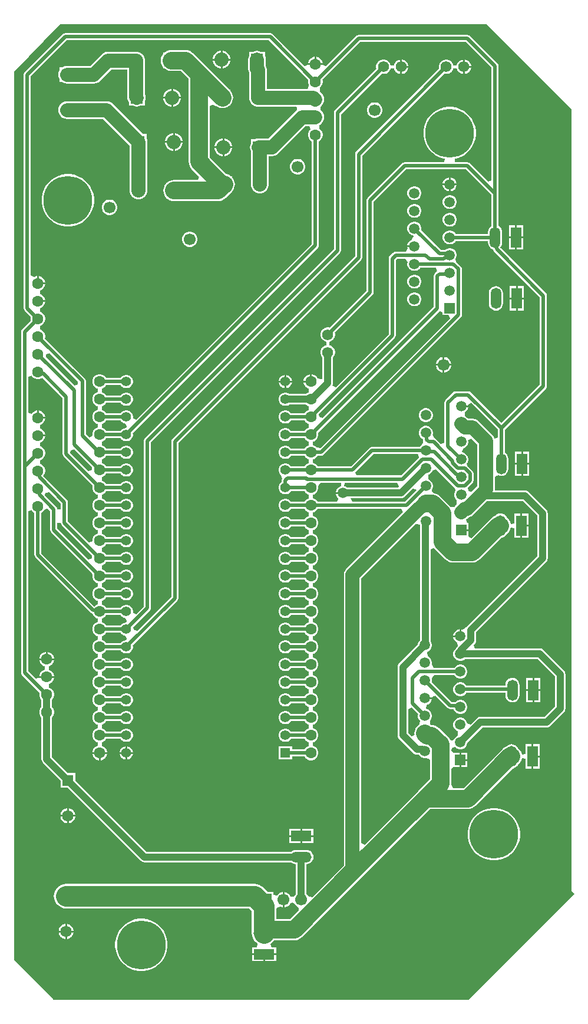
<source format=gbr>
%TF.GenerationSoftware,Altium Limited,Altium Designer,25.8.1 (18)*%
G04 Layer_Physical_Order=2*
G04 Layer_Color=16711680*
%FSLAX45Y45*%
%MOMM*%
%TF.SameCoordinates,1B6F2BE7-5339-4887-9720-52C865558AB3*%
%TF.FilePolarity,Positive*%
%TF.FileFunction,Copper,L2,Bot,Signal*%
%TF.Part,Single*%
G01*
G75*
%TA.AperFunction,Conductor*%
%ADD10C,2.00000*%
%ADD11C,0.50000*%
%ADD12C,1.00000*%
%ADD13C,2.50000*%
%TA.AperFunction,ComponentPad*%
%ADD14C,1.60000*%
%ADD15O,1.50000X3.00000*%
%ADD16R,1.50000X3.00000*%
%ADD17C,1.39700*%
%ADD18C,1.50000*%
%ADD19C,1.57480*%
%ADD20O,3.00000X1.50000*%
%ADD21R,1.65000X1.65000*%
%ADD22C,1.70000*%
%ADD23R,1.39700X1.39700*%
%ADD24R,1.50000X1.50000*%
%ADD25C,1.65000*%
%ADD26C,2.03200*%
%ADD27R,3.00000X1.50000*%
%ADD28C,7.00000*%
%ADD29R,1.70000X1.70000*%
%ADD30R,1.77800X1.77800*%
%TA.AperFunction,ViaPad*%
%ADD31C,1.50000*%
%ADD32C,1.70000*%
%TA.AperFunction,Conductor*%
%ADD33C,3.00000*%
G36*
X14617700Y13728700D02*
Y2501900D01*
X14655800Y2463800D01*
X13131799Y939800D01*
X7175500D01*
X6604000Y1511300D01*
Y14262100D01*
X7239000Y14922501D01*
X7264400Y14947900D01*
X13398500D01*
X14617700Y13728700D01*
D02*
G37*
%LPC*%
G36*
X10948576Y14481799D02*
X10947400D01*
Y14389101D01*
X11040100D01*
Y14390276D01*
X11032917Y14417084D01*
X11019041Y14441116D01*
X10999417Y14460741D01*
X10975383Y14474617D01*
X10948576Y14481799D01*
D02*
G37*
G36*
X10922000D02*
X10920824D01*
X10894017Y14474617D01*
X10869983Y14460741D01*
X10850359Y14441116D01*
X10836483Y14417084D01*
X10829300Y14390276D01*
Y14389101D01*
X10922000D01*
Y14481799D01*
D02*
G37*
G36*
X13917999Y12062600D02*
X13830299D01*
Y11899900D01*
X13917999D01*
Y12062600D01*
D02*
G37*
G36*
X13804900D02*
X13717200D01*
Y11899900D01*
X13804900D01*
Y12062600D01*
D02*
G37*
G36*
X13917999Y11874500D02*
X13830299D01*
Y11711800D01*
X13917999D01*
Y11874500D01*
D02*
G37*
G36*
X13804900D02*
X13717200D01*
Y11711800D01*
X13804900D01*
Y11874500D01*
D02*
G37*
G36*
X14006900Y8811400D02*
X13919200D01*
Y8648700D01*
X14006900D01*
Y8811400D01*
D02*
G37*
G36*
X13893800D02*
X13806100D01*
Y8648700D01*
X13893800D01*
Y8811400D01*
D02*
G37*
G36*
X14006900Y8623300D02*
X13919200D01*
Y8460600D01*
X14006900D01*
Y8623300D01*
D02*
G37*
G36*
X13893800D02*
X13806100D01*
Y8460600D01*
X13893800D01*
Y8623300D01*
D02*
G37*
G36*
X10287000Y14821487D02*
X7340600D01*
X7320935Y14817577D01*
X7304264Y14806436D01*
X6758164Y14260336D01*
X6747024Y14243665D01*
X6743113Y14224001D01*
Y10871200D01*
X6747024Y10851535D01*
X6758164Y10834864D01*
X6845484Y10747544D01*
X6841500Y10732676D01*
Y10704924D01*
X6845484Y10690056D01*
X6720064Y10564636D01*
X6708924Y10547965D01*
X6705013Y10528300D01*
Y8597900D01*
Y5638800D01*
X6708924Y5619135D01*
X6720064Y5602464D01*
X6972484Y5350044D01*
X6968500Y5335176D01*
Y5307424D01*
X6975683Y5280617D01*
X6989559Y5256583D01*
X6997849Y5248293D01*
Y5140307D01*
X6989559Y5132017D01*
X6975683Y5107983D01*
X6968500Y5081176D01*
Y5053424D01*
X6975683Y5026617D01*
X6989559Y5002583D01*
X6997849Y4994293D01*
Y4394200D01*
X7000441Y4374517D01*
X7008038Y4356175D01*
X7020124Y4340424D01*
X7270800Y4089748D01*
Y3981500D01*
X7379048D01*
X8425024Y2935524D01*
X8440775Y2923438D01*
X8448372Y2920291D01*
X8459116Y2915841D01*
X8478800Y2913249D01*
X10590686D01*
X10605867Y2901601D01*
X10630290Y2891484D01*
X10655449Y2888172D01*
Y2454978D01*
X10643158Y2442687D01*
X10631026Y2421673D01*
X10606200Y2417513D01*
X10602800D01*
X10577975Y2421673D01*
X10565842Y2442687D01*
X10545288Y2463242D01*
X10520113Y2477776D01*
X10492035Y2485300D01*
X10490200D01*
Y2374900D01*
Y2264500D01*
X10492035D01*
X10520113Y2272024D01*
X10545288Y2286558D01*
X10565842Y2307113D01*
X10577975Y2328127D01*
X10602800Y2332287D01*
X10606200D01*
X10631026Y2328127D01*
X10643158Y2307113D01*
X10663713Y2286558D01*
X10681410Y2276341D01*
X10691464Y2247688D01*
X10694528Y2218748D01*
X10569207Y2093428D01*
X10374349D01*
Y2251212D01*
X10384045Y2260903D01*
X10424348Y2278108D01*
X10434887Y2272024D01*
X10462966Y2264500D01*
X10464800D01*
Y2374900D01*
Y2485300D01*
X10462966D01*
X10434887Y2477776D01*
X10409713Y2463242D01*
X10389158Y2442687D01*
X10383900Y2433580D01*
X10333900Y2446977D01*
Y2485300D01*
X10248053D01*
X10183027Y2550327D01*
X10156319Y2572245D01*
X10125847Y2588533D01*
X10092784Y2598562D01*
X10058400Y2601949D01*
X7353300D01*
X7318916Y2598562D01*
X7285853Y2588533D01*
X7255381Y2572245D01*
X7228673Y2550327D01*
X7206755Y2523619D01*
X7190467Y2493147D01*
X7180438Y2460084D01*
X7177051Y2425700D01*
X7180438Y2391316D01*
X7190467Y2358253D01*
X7206755Y2327781D01*
X7228673Y2301073D01*
X7255381Y2279155D01*
X7285853Y2262867D01*
X7318916Y2252838D01*
X7353300Y2249451D01*
X9985395D01*
X10021851Y2212996D01*
Y1892435D01*
X10021834Y1892300D01*
X10021904Y1891764D01*
X10025238Y1857916D01*
X10035267Y1824853D01*
X10051555Y1794381D01*
X10073473Y1767673D01*
X10100181Y1745755D01*
X10105896Y1742700D01*
X10093372Y1692700D01*
X10022700D01*
Y1605000D01*
X10198100D01*
X10373500D01*
Y1692700D01*
X10302828D01*
X10290304Y1742700D01*
X10296019Y1745755D01*
X10322727Y1767673D01*
X10342012Y1791172D01*
X10631806D01*
X10661290Y1794076D01*
X10689640Y1802676D01*
X10715768Y1816642D01*
X10738669Y1835437D01*
X11576316Y2673084D01*
X12579802Y3676569D01*
X13124496D01*
X13153981Y3679473D01*
X13182330Y3688073D01*
X13208459Y3702039D01*
X13231361Y3720834D01*
X13768449Y4257923D01*
X13780310Y4259484D01*
X13804733Y4269601D01*
X13825706Y4285694D01*
X13841798Y4306667D01*
X13843707Y4311276D01*
X13860963Y4325437D01*
X13879758Y4348338D01*
X13893724Y4374466D01*
X13901344Y4399590D01*
X13902324Y4402816D01*
X13903700Y4406509D01*
X13953700Y4397496D01*
Y4256900D01*
X14041400D01*
Y4432300D01*
Y4607700D01*
X13953700D01*
Y4467104D01*
X13903700Y4458091D01*
X13902324Y4461784D01*
X13901764Y4463629D01*
X13893724Y4490134D01*
X13879758Y4516262D01*
X13860963Y4539163D01*
X13843707Y4553324D01*
X13841798Y4557933D01*
X13825706Y4578906D01*
X13804733Y4594999D01*
X13780310Y4605116D01*
X13754100Y4608566D01*
X13727890Y4605116D01*
X13703467Y4594999D01*
X13682494Y4578906D01*
X13678917Y4574245D01*
X13671266Y4571924D01*
X13645139Y4557958D01*
X13622237Y4539163D01*
X13061897Y3978825D01*
X12924124D01*
X12904671Y3996422D01*
X12884396Y4028825D01*
X12886028Y4045394D01*
Y4243971D01*
X12917101Y4281100D01*
X12936028Y4281100D01*
X13004800D01*
Y4381500D01*
Y4481900D01*
X12936028D01*
X12922646Y4481900D01*
X12889877Y4520624D01*
X12894354Y4548472D01*
X12910808Y4558228D01*
X12944214Y4566799D01*
X12955853Y4555160D01*
X12978748Y4541942D01*
X13004282Y4535100D01*
X13030717D01*
X13056253Y4541942D01*
X13079147Y4555160D01*
X13097839Y4573853D01*
X13111058Y4596747D01*
X13117900Y4622282D01*
Y4628348D01*
X13337819Y4848267D01*
X14258818D01*
X14278502Y4850859D01*
X14296843Y4858456D01*
X14312595Y4870542D01*
X14506377Y5064324D01*
X14518462Y5080075D01*
X14521609Y5087672D01*
X14526059Y5098417D01*
X14528651Y5118100D01*
Y5613400D01*
X14526059Y5633083D01*
X14518462Y5651425D01*
X14506377Y5667176D01*
X14214276Y5959276D01*
X14198524Y5971362D01*
X14180183Y5978959D01*
X14160500Y5981551D01*
X13225128D01*
X13205994Y6027745D01*
X13221677Y6043427D01*
X13233762Y6059177D01*
X13236909Y6066775D01*
X13241359Y6077519D01*
X13243951Y6097202D01*
Y6214899D01*
X14252376Y7223324D01*
X14264462Y7239075D01*
X14272060Y7257417D01*
X14274651Y7277100D01*
Y7924800D01*
X14272060Y7944484D01*
X14267609Y7955228D01*
X14264462Y7962826D01*
X14252376Y7978576D01*
X13998376Y8232576D01*
X13982626Y8244662D01*
X13964284Y8252259D01*
X13944600Y8254851D01*
X13520036D01*
X13512282Y8263692D01*
X13512282Y8263694D01*
Y8443721D01*
X13538673Y8461631D01*
X13562282Y8470643D01*
X13580290Y8463184D01*
X13606500Y8459734D01*
X13632710Y8463184D01*
X13657133Y8473301D01*
X13678107Y8489394D01*
X13694199Y8510367D01*
X13704317Y8534790D01*
X13707767Y8561000D01*
Y8711000D01*
X13704317Y8737210D01*
X13694199Y8761633D01*
X13678107Y8782606D01*
X13657887Y8798121D01*
Y9127412D01*
X14247636Y9717161D01*
X14258775Y9733832D01*
X14262688Y9753497D01*
Y11049000D01*
X14258775Y11068665D01*
X14247636Y11085336D01*
X13590584Y11742389D01*
X13605299Y11761567D01*
X13615416Y11785990D01*
X13618866Y11812200D01*
Y11962200D01*
X13615416Y11988410D01*
X13605299Y12012833D01*
X13589206Y12033806D01*
X13568987Y12049321D01*
Y12517400D01*
Y14346201D01*
X13565076Y14365865D01*
X13553935Y14382536D01*
X13155437Y14781036D01*
X13138765Y14792175D01*
X13119099Y14796088D01*
X11557000D01*
X11537335Y14792175D01*
X11520664Y14781036D01*
X11088098Y14348470D01*
X11061118Y14356371D01*
X11050718Y14363699D01*
X10934700D01*
X10818682D01*
X10808282Y14356371D01*
X10781302Y14348470D01*
X10323336Y14806436D01*
X10306665Y14817577D01*
X10287000Y14821487D01*
D02*
G37*
G36*
X14154500Y4607700D02*
X14066800D01*
Y4445000D01*
X14154500D01*
Y4607700D01*
D02*
G37*
G36*
X13030200Y4481900D02*
Y4394200D01*
X13117900D01*
Y4481900D01*
X13030200D01*
D02*
G37*
G36*
X13117900Y4368800D02*
X13030200D01*
Y4281100D01*
X13117900D01*
Y4368800D01*
D02*
G37*
G36*
X14154500Y4419600D02*
X14066800D01*
Y4256900D01*
X14154500D01*
Y4419600D01*
D02*
G37*
G36*
X7392905Y3689300D02*
X7391400D01*
Y3594100D01*
X7486600D01*
Y3595605D01*
X7479247Y3623048D01*
X7465041Y3647652D01*
X7444952Y3667741D01*
X7420348Y3681947D01*
X7392905Y3689300D01*
D02*
G37*
G36*
X7366000D02*
X7364495D01*
X7337052Y3681947D01*
X7312448Y3667741D01*
X7292359Y3647652D01*
X7278153Y3623048D01*
X7270800Y3595605D01*
Y3594100D01*
X7366000D01*
Y3689300D01*
D02*
G37*
G36*
X7486600Y3568700D02*
X7391400D01*
Y3473500D01*
X7392905D01*
X7420348Y3480853D01*
X7444952Y3495059D01*
X7465041Y3515148D01*
X7479247Y3539752D01*
X7486600Y3567195D01*
Y3568700D01*
D02*
G37*
G36*
X7366000D02*
X7270800D01*
Y3567195D01*
X7278153Y3539752D01*
X7292359Y3515148D01*
X7312448Y3495059D01*
X7337052Y3480853D01*
X7364495Y3473500D01*
X7366000D01*
Y3568700D01*
D02*
G37*
G36*
X13529645Y3690100D02*
X13470555D01*
X13412193Y3680856D01*
X13355997Y3662597D01*
X13303348Y3635771D01*
X13255544Y3601039D01*
X13213760Y3559257D01*
X13179028Y3511452D01*
X13152203Y3458804D01*
X13133945Y3402606D01*
X13124699Y3344245D01*
Y3285155D01*
X13133945Y3226794D01*
X13152203Y3170596D01*
X13179028Y3117948D01*
X13213760Y3070143D01*
X13255544Y3028361D01*
X13303348Y2993629D01*
X13355997Y2966803D01*
X13412193Y2948544D01*
X13470555Y2939300D01*
X13529645D01*
X13588007Y2948544D01*
X13644205Y2966803D01*
X13696852Y2993629D01*
X13744656Y3028361D01*
X13786440Y3070143D01*
X13821172Y3117948D01*
X13847997Y3170596D01*
X13866257Y3226794D01*
X13875500Y3285155D01*
Y3344245D01*
X13866257Y3402606D01*
X13847997Y3458804D01*
X13821172Y3511452D01*
X13786440Y3559257D01*
X13744656Y3601039D01*
X13696852Y3635771D01*
X13644205Y3662597D01*
X13588007Y3680856D01*
X13529645Y3690100D01*
D02*
G37*
G36*
X7367505Y2025600D02*
X7366000D01*
Y1930400D01*
X7461200D01*
Y1931905D01*
X7453847Y1959348D01*
X7439641Y1983952D01*
X7419552Y2004041D01*
X7394948Y2018247D01*
X7367505Y2025600D01*
D02*
G37*
G36*
X7340600D02*
X7339095D01*
X7311652Y2018247D01*
X7287048Y2004041D01*
X7266959Y1983952D01*
X7252753Y1959348D01*
X7245400Y1931905D01*
Y1930400D01*
X7340600D01*
Y2025600D01*
D02*
G37*
G36*
X7461200Y1905000D02*
X7366000D01*
Y1809800D01*
X7367505D01*
X7394948Y1817153D01*
X7419552Y1831359D01*
X7439641Y1851448D01*
X7453847Y1876052D01*
X7461200Y1903495D01*
Y1905000D01*
D02*
G37*
G36*
X7340600D02*
X7245400D01*
Y1903495D01*
X7252753Y1876052D01*
X7266959Y1851448D01*
X7287048Y1831359D01*
X7311652Y1817153D01*
X7339095Y1809800D01*
X7340600D01*
Y1905000D01*
D02*
G37*
G36*
X10373500Y1579600D02*
X10210800D01*
Y1491900D01*
X10373500D01*
Y1579600D01*
D02*
G37*
G36*
X10185400D02*
X10022700D01*
Y1491900D01*
X10185400D01*
Y1579600D01*
D02*
G37*
G36*
X8462345Y2102600D02*
X8403255D01*
X8344894Y2093356D01*
X8288696Y2075097D01*
X8236048Y2048271D01*
X8188243Y2013539D01*
X8146461Y1971757D01*
X8111729Y1923952D01*
X8084903Y1871304D01*
X8066644Y1815106D01*
X8057400Y1756745D01*
Y1697655D01*
X8066644Y1639294D01*
X8084903Y1583096D01*
X8111729Y1530448D01*
X8146461Y1482643D01*
X8188243Y1440861D01*
X8236048Y1406129D01*
X8288696Y1379303D01*
X8344894Y1361044D01*
X8403255Y1351800D01*
X8462345D01*
X8520706Y1361044D01*
X8576904Y1379303D01*
X8629552Y1406129D01*
X8677357Y1440861D01*
X8719139Y1482643D01*
X8753871Y1530448D01*
X8780697Y1583096D01*
X8798956Y1639294D01*
X8808200Y1697655D01*
Y1756745D01*
X8798956Y1815106D01*
X8780697Y1871304D01*
X8753871Y1923952D01*
X8719139Y1971757D01*
X8677357Y2013539D01*
X8629552Y2048271D01*
X8576904Y2075097D01*
X8520706Y2093356D01*
X8462345Y2102600D01*
D02*
G37*
%LPD*%
G36*
X13466212Y14324915D02*
Y12706788D01*
X13420020Y12687654D01*
X13155437Y12952235D01*
X13138765Y12963376D01*
X13119099Y12967287D01*
X12942064D01*
X12938129Y13017287D01*
X12953006Y13019644D01*
X13009204Y13037903D01*
X13061852Y13064729D01*
X13109657Y13099461D01*
X13151439Y13141243D01*
X13186171Y13189047D01*
X13212997Y13241696D01*
X13231256Y13297894D01*
X13240500Y13356255D01*
Y13415344D01*
X13231256Y13473706D01*
X13212997Y13529904D01*
X13186171Y13582552D01*
X13151439Y13630357D01*
X13109657Y13672139D01*
X13061852Y13706871D01*
X13009204Y13733698D01*
X12953006Y13751956D01*
X12894646Y13761200D01*
X12835555D01*
X12777194Y13751956D01*
X12720996Y13733698D01*
X12668348Y13706871D01*
X12620543Y13672139D01*
X12578761Y13630357D01*
X12544029Y13582552D01*
X12517203Y13529904D01*
X12498944Y13473706D01*
X12489700Y13415344D01*
Y13356255D01*
X12498944Y13297894D01*
X12517203Y13241696D01*
X12544029Y13189047D01*
X12578761Y13141243D01*
X12620543Y13099461D01*
X12668348Y13064729D01*
X12720996Y13037903D01*
X12777194Y13019644D01*
X12792071Y13017287D01*
X12788136Y12967287D01*
X12217400D01*
X12197735Y12963376D01*
X12181064Y12952235D01*
X11682775Y12453948D01*
X11671636Y12437277D01*
X11667724Y12417611D01*
Y11118097D01*
X11140215Y10590587D01*
X11126210Y10594340D01*
X11098790D01*
X11072303Y10587243D01*
X11048557Y10573533D01*
X11029167Y10554143D01*
X11015457Y10530397D01*
X11008360Y10503910D01*
Y10476490D01*
X11015457Y10450003D01*
X11029167Y10426257D01*
X11048557Y10406867D01*
X11072303Y10393157D01*
X11092389Y10387775D01*
Y10338625D01*
X11072303Y10333243D01*
X11048557Y10319533D01*
X11029167Y10300143D01*
X11015457Y10276397D01*
X11008360Y10249910D01*
Y10222490D01*
X11015457Y10196003D01*
X11029167Y10172257D01*
X11036449Y10164974D01*
Y9862895D01*
X11022464Y9852996D01*
X11003250Y9854730D01*
X10961661Y9871217D01*
X10955541Y9881817D01*
X10935917Y9901441D01*
X10911883Y9915317D01*
X10885076Y9922500D01*
X10883900D01*
Y9817100D01*
X10871200D01*
Y9804400D01*
X10765800D01*
Y9803224D01*
X10772983Y9776417D01*
X10786859Y9752383D01*
X10806483Y9732759D01*
X10830517Y9718883D01*
X10841344Y9715982D01*
Y9664218D01*
X10830517Y9661317D01*
X10806483Y9647441D01*
X10798193Y9639151D01*
X10561553D01*
X10561385Y9639319D01*
X10539665Y9651859D01*
X10515440Y9658350D01*
X10490360D01*
X10466135Y9651859D01*
X10444415Y9639319D01*
X10426681Y9621585D01*
X10414141Y9599865D01*
X10407650Y9575640D01*
Y9550560D01*
X10414141Y9526335D01*
X10426681Y9504615D01*
X10444415Y9486881D01*
X10466135Y9474341D01*
X10490360Y9467850D01*
X10515440D01*
X10539665Y9474341D01*
X10561385Y9486881D01*
X10561553Y9487049D01*
X10798193D01*
X10806483Y9478759D01*
X10830517Y9464883D01*
X10841344Y9461982D01*
Y9410218D01*
X10830517Y9407317D01*
X10806483Y9393441D01*
X10786859Y9373817D01*
X10779163Y9360487D01*
X10583217D01*
X10579119Y9367585D01*
X10561385Y9385319D01*
X10539665Y9397859D01*
X10515440Y9404350D01*
X10490360D01*
X10466135Y9397859D01*
X10444415Y9385319D01*
X10426681Y9367585D01*
X10414141Y9345865D01*
X10407650Y9321640D01*
Y9296560D01*
X10414141Y9272335D01*
X10426681Y9250615D01*
X10444415Y9232881D01*
X10466135Y9220341D01*
X10490360Y9213850D01*
X10515440D01*
X10539665Y9220341D01*
X10561385Y9232881D01*
X10579119Y9250615D01*
X10583217Y9257713D01*
X10779163D01*
X10786859Y9244383D01*
X10806483Y9224759D01*
X10830517Y9210883D01*
X10841344Y9207982D01*
Y9156218D01*
X10830517Y9153317D01*
X10806483Y9139441D01*
X10786859Y9119817D01*
X10779163Y9106487D01*
X10583217D01*
X10579119Y9113585D01*
X10561385Y9131319D01*
X10539665Y9143859D01*
X10515440Y9150350D01*
X10490360D01*
X10466135Y9143859D01*
X10444415Y9131319D01*
X10426681Y9113585D01*
X10414141Y9091865D01*
X10407650Y9067640D01*
Y9042560D01*
X10414141Y9018335D01*
X10426681Y8996615D01*
X10444415Y8978881D01*
X10466135Y8966341D01*
X10490360Y8959850D01*
X10515440D01*
X10539665Y8966341D01*
X10561385Y8978881D01*
X10579119Y8996615D01*
X10583217Y9003713D01*
X10779163D01*
X10786859Y8990383D01*
X10806483Y8970759D01*
X10830517Y8956883D01*
X10841344Y8953982D01*
Y8902218D01*
X10830517Y8899317D01*
X10806483Y8885441D01*
X10786859Y8865817D01*
X10779163Y8852487D01*
X10583217D01*
X10579119Y8859585D01*
X10561385Y8877319D01*
X10539665Y8889859D01*
X10515440Y8896350D01*
X10490360D01*
X10466135Y8889859D01*
X10444415Y8877319D01*
X10426681Y8859585D01*
X10414141Y8837865D01*
X10407650Y8813640D01*
Y8788560D01*
X10414141Y8764335D01*
X10426681Y8742615D01*
X10444415Y8724881D01*
X10466135Y8712341D01*
X10490360Y8705850D01*
X10515440D01*
X10539665Y8712341D01*
X10561385Y8724881D01*
X10579119Y8742615D01*
X10583217Y8749713D01*
X10779163D01*
X10786859Y8736383D01*
X10806483Y8716759D01*
X10830517Y8702883D01*
X10841344Y8699982D01*
Y8648218D01*
X10830517Y8645317D01*
X10806483Y8631441D01*
X10786859Y8611817D01*
X10779163Y8598487D01*
X10583217D01*
X10579119Y8605585D01*
X10561385Y8623319D01*
X10539665Y8635859D01*
X10515440Y8642350D01*
X10490360D01*
X10466135Y8635859D01*
X10444415Y8623319D01*
X10426681Y8605585D01*
X10414141Y8583865D01*
X10407650Y8559640D01*
Y8534560D01*
X10414141Y8510335D01*
X10426681Y8488615D01*
X10444415Y8470881D01*
X10455812Y8417225D01*
X10451900Y8397561D01*
Y8373641D01*
X10444415Y8369319D01*
X10426681Y8351585D01*
X10414141Y8329865D01*
X10407650Y8305640D01*
Y8280560D01*
X10414141Y8256335D01*
X10426681Y8234615D01*
X10444415Y8216881D01*
X10466135Y8204341D01*
X10490360Y8197850D01*
X10515440D01*
X10539665Y8204341D01*
X10561385Y8216881D01*
X10579119Y8234615D01*
X10583217Y8241713D01*
X10779163D01*
X10786859Y8228383D01*
X10806483Y8208759D01*
X10830517Y8194883D01*
X10841344Y8191982D01*
Y8140218D01*
X10830517Y8137317D01*
X10806483Y8123441D01*
X10786859Y8103817D01*
X10779163Y8090487D01*
X10583217D01*
X10579119Y8097585D01*
X10561385Y8115319D01*
X10539665Y8127859D01*
X10515440Y8134350D01*
X10490360D01*
X10466135Y8127859D01*
X10444415Y8115319D01*
X10426681Y8097585D01*
X10414141Y8075865D01*
X10407650Y8051640D01*
Y8026560D01*
X10414141Y8002335D01*
X10426681Y7980615D01*
X10444415Y7962881D01*
X10466135Y7950341D01*
X10490360Y7943850D01*
X10515440D01*
X10539665Y7950341D01*
X10561385Y7962881D01*
X10579119Y7980615D01*
X10583217Y7987713D01*
X10779163D01*
X10786859Y7974383D01*
X10806483Y7954759D01*
X10830517Y7940883D01*
X10841344Y7937982D01*
Y7886218D01*
X10830517Y7883317D01*
X10806483Y7869441D01*
X10786859Y7849817D01*
X10779163Y7836487D01*
X10583217D01*
X10579119Y7843585D01*
X10561385Y7861319D01*
X10539665Y7873859D01*
X10515440Y7880350D01*
X10490360D01*
X10466135Y7873859D01*
X10444415Y7861319D01*
X10426681Y7843585D01*
X10414141Y7821865D01*
X10407650Y7797640D01*
Y7772560D01*
X10414141Y7748335D01*
X10426681Y7726615D01*
X10444415Y7708881D01*
X10466135Y7696341D01*
X10490360Y7689850D01*
X10515440D01*
X10539665Y7696341D01*
X10561385Y7708881D01*
X10579119Y7726615D01*
X10583217Y7733713D01*
X10779163D01*
X10786859Y7720383D01*
X10806483Y7700759D01*
X10830517Y7686883D01*
X10841344Y7683982D01*
Y7632218D01*
X10830517Y7629317D01*
X10806483Y7615441D01*
X10786859Y7595817D01*
X10779163Y7582487D01*
X10583217D01*
X10579119Y7589585D01*
X10561385Y7607319D01*
X10539665Y7619859D01*
X10515440Y7626350D01*
X10490360D01*
X10466135Y7619859D01*
X10444415Y7607319D01*
X10426681Y7589585D01*
X10414141Y7567865D01*
X10407650Y7543640D01*
Y7518560D01*
X10414141Y7494335D01*
X10426681Y7472615D01*
X10444415Y7454881D01*
X10466135Y7442341D01*
X10490360Y7435850D01*
X10515440D01*
X10539665Y7442341D01*
X10561385Y7454881D01*
X10579119Y7472615D01*
X10583217Y7479713D01*
X10779163D01*
X10786859Y7466383D01*
X10806483Y7446759D01*
X10830517Y7432883D01*
X10841344Y7429982D01*
Y7378218D01*
X10830517Y7375317D01*
X10806483Y7361441D01*
X10786859Y7341817D01*
X10779163Y7328487D01*
X10583217D01*
X10579119Y7335585D01*
X10561385Y7353319D01*
X10539665Y7365859D01*
X10515440Y7372350D01*
X10490360D01*
X10466135Y7365859D01*
X10444415Y7353319D01*
X10426681Y7335585D01*
X10414141Y7313865D01*
X10407650Y7289640D01*
Y7264560D01*
X10414141Y7240335D01*
X10426681Y7218615D01*
X10444415Y7200881D01*
X10466135Y7188341D01*
X10490360Y7181850D01*
X10515440D01*
X10539665Y7188341D01*
X10561385Y7200881D01*
X10579119Y7218615D01*
X10583217Y7225713D01*
X10779163D01*
X10786859Y7212383D01*
X10806483Y7192759D01*
X10830517Y7178883D01*
X10841344Y7175982D01*
Y7124218D01*
X10830517Y7121317D01*
X10806483Y7107441D01*
X10786859Y7087817D01*
X10779163Y7074487D01*
X10583217D01*
X10579119Y7081585D01*
X10561385Y7099319D01*
X10539665Y7111859D01*
X10515440Y7118350D01*
X10490360D01*
X10466135Y7111859D01*
X10444415Y7099319D01*
X10426681Y7081585D01*
X10414141Y7059865D01*
X10407650Y7035640D01*
Y7010560D01*
X10414141Y6986335D01*
X10426681Y6964615D01*
X10444415Y6946881D01*
X10466135Y6934341D01*
X10490360Y6927850D01*
X10515440D01*
X10539665Y6934341D01*
X10561385Y6946881D01*
X10579119Y6964615D01*
X10583217Y6971713D01*
X10779163D01*
X10786859Y6958383D01*
X10806483Y6938759D01*
X10830517Y6924883D01*
X10841344Y6921982D01*
Y6870218D01*
X10830517Y6867317D01*
X10806483Y6853441D01*
X10786859Y6833817D01*
X10779163Y6820487D01*
X10583217D01*
X10579119Y6827585D01*
X10561385Y6845319D01*
X10539665Y6857859D01*
X10515440Y6864350D01*
X10490360D01*
X10466135Y6857859D01*
X10444415Y6845319D01*
X10426681Y6827585D01*
X10414141Y6805865D01*
X10407650Y6781640D01*
Y6756560D01*
X10414141Y6732335D01*
X10426681Y6710615D01*
X10444415Y6692881D01*
X10466135Y6680341D01*
X10490360Y6673850D01*
X10515440D01*
X10539665Y6680341D01*
X10561385Y6692881D01*
X10579119Y6710615D01*
X10583217Y6717713D01*
X10779163D01*
X10786859Y6704383D01*
X10806483Y6684759D01*
X10830517Y6670883D01*
X10841344Y6667982D01*
Y6616218D01*
X10830517Y6613317D01*
X10806483Y6599441D01*
X10786859Y6579817D01*
X10779163Y6566487D01*
X10583217D01*
X10579119Y6573585D01*
X10561385Y6591319D01*
X10539665Y6603859D01*
X10515440Y6610350D01*
X10490360D01*
X10466135Y6603859D01*
X10444415Y6591319D01*
X10426681Y6573585D01*
X10414141Y6551865D01*
X10407650Y6527640D01*
Y6502560D01*
X10414141Y6478335D01*
X10426681Y6456615D01*
X10444415Y6438881D01*
X10466135Y6426341D01*
X10490360Y6419850D01*
X10515440D01*
X10539665Y6426341D01*
X10561385Y6438881D01*
X10579119Y6456615D01*
X10583217Y6463713D01*
X10779163D01*
X10786859Y6450383D01*
X10806483Y6430759D01*
X10830517Y6416883D01*
X10841344Y6413982D01*
Y6362218D01*
X10830517Y6359317D01*
X10806483Y6345441D01*
X10786859Y6325817D01*
X10779163Y6312487D01*
X10583217D01*
X10579119Y6319585D01*
X10561385Y6337319D01*
X10539665Y6349859D01*
X10515440Y6356350D01*
X10490360D01*
X10466135Y6349859D01*
X10444415Y6337319D01*
X10426681Y6319585D01*
X10414141Y6297865D01*
X10407650Y6273640D01*
Y6248560D01*
X10414141Y6224335D01*
X10426681Y6202615D01*
X10444415Y6184881D01*
X10466135Y6172341D01*
X10490360Y6165850D01*
X10515440D01*
X10539665Y6172341D01*
X10561385Y6184881D01*
X10579119Y6202615D01*
X10583217Y6209713D01*
X10779163D01*
X10786859Y6196383D01*
X10806483Y6176759D01*
X10830517Y6162883D01*
X10841344Y6159982D01*
Y6108218D01*
X10830517Y6105317D01*
X10806483Y6091441D01*
X10786859Y6071817D01*
X10779163Y6058487D01*
X10583217D01*
X10579119Y6065585D01*
X10561385Y6083319D01*
X10539665Y6095859D01*
X10515440Y6102350D01*
X10490360D01*
X10466135Y6095859D01*
X10444415Y6083319D01*
X10426681Y6065585D01*
X10414141Y6043865D01*
X10407650Y6019640D01*
Y5994560D01*
X10414141Y5970335D01*
X10426681Y5948615D01*
X10444415Y5930881D01*
X10466135Y5918341D01*
X10490360Y5911850D01*
X10515440D01*
X10539665Y5918341D01*
X10561385Y5930881D01*
X10579119Y5948615D01*
X10583217Y5955713D01*
X10779163D01*
X10786859Y5942383D01*
X10806483Y5922759D01*
X10830517Y5908883D01*
X10841344Y5905982D01*
Y5854218D01*
X10830517Y5851317D01*
X10806483Y5837441D01*
X10786859Y5817817D01*
X10779163Y5804487D01*
X10583217D01*
X10579119Y5811585D01*
X10561385Y5829319D01*
X10539665Y5841859D01*
X10515440Y5848350D01*
X10490360D01*
X10466135Y5841859D01*
X10444415Y5829319D01*
X10426681Y5811585D01*
X10414141Y5789865D01*
X10407650Y5765640D01*
Y5740560D01*
X10414141Y5716335D01*
X10426681Y5694615D01*
X10444415Y5676881D01*
X10466135Y5664341D01*
X10490360Y5657850D01*
X10515440D01*
X10539665Y5664341D01*
X10561385Y5676881D01*
X10579119Y5694615D01*
X10583217Y5701713D01*
X10779163D01*
X10786859Y5688383D01*
X10806483Y5668759D01*
X10830517Y5654883D01*
X10841344Y5651982D01*
Y5600218D01*
X10830517Y5597317D01*
X10806483Y5583441D01*
X10786859Y5563817D01*
X10779163Y5550487D01*
X10583217D01*
X10579119Y5557585D01*
X10561385Y5575319D01*
X10539665Y5587859D01*
X10515440Y5594350D01*
X10490360D01*
X10466135Y5587859D01*
X10444415Y5575319D01*
X10426681Y5557585D01*
X10414141Y5535865D01*
X10407650Y5511640D01*
Y5486560D01*
X10414141Y5462335D01*
X10426681Y5440615D01*
X10444415Y5422881D01*
X10466135Y5410341D01*
X10490360Y5403850D01*
X10515440D01*
X10539665Y5410341D01*
X10561385Y5422881D01*
X10579119Y5440615D01*
X10583217Y5447713D01*
X10779163D01*
X10786859Y5434383D01*
X10806483Y5414759D01*
X10830517Y5400883D01*
X10841344Y5397982D01*
Y5346218D01*
X10830517Y5343317D01*
X10806483Y5329441D01*
X10786859Y5309817D01*
X10779163Y5296487D01*
X10583217D01*
X10579119Y5303585D01*
X10561385Y5321319D01*
X10539665Y5333859D01*
X10515440Y5340350D01*
X10490360D01*
X10466135Y5333859D01*
X10444415Y5321319D01*
X10426681Y5303585D01*
X10414141Y5281865D01*
X10407650Y5257640D01*
Y5232560D01*
X10414141Y5208335D01*
X10426681Y5186615D01*
X10444415Y5168881D01*
X10466135Y5156341D01*
X10490360Y5149850D01*
X10515440D01*
X10539665Y5156341D01*
X10561385Y5168881D01*
X10579119Y5186615D01*
X10583217Y5193713D01*
X10779163D01*
X10786859Y5180383D01*
X10806483Y5160759D01*
X10830517Y5146883D01*
X10841344Y5143982D01*
Y5092218D01*
X10830517Y5089317D01*
X10806483Y5075441D01*
X10786859Y5055817D01*
X10779163Y5042487D01*
X10583217D01*
X10579119Y5049585D01*
X10561385Y5067319D01*
X10539665Y5079859D01*
X10515440Y5086350D01*
X10490360D01*
X10466135Y5079859D01*
X10444415Y5067319D01*
X10426681Y5049585D01*
X10414141Y5027865D01*
X10407650Y5003640D01*
Y4978560D01*
X10414141Y4954335D01*
X10426681Y4932615D01*
X10444415Y4914881D01*
X10466135Y4902341D01*
X10490360Y4895850D01*
X10515440D01*
X10539665Y4902341D01*
X10561385Y4914881D01*
X10579119Y4932615D01*
X10583217Y4939713D01*
X10779163D01*
X10786859Y4926383D01*
X10806483Y4906759D01*
X10830517Y4892883D01*
X10841344Y4889982D01*
Y4838218D01*
X10830517Y4835317D01*
X10806483Y4821441D01*
X10786859Y4801817D01*
X10779163Y4788487D01*
X10583217D01*
X10579119Y4795585D01*
X10561385Y4813319D01*
X10539665Y4825859D01*
X10515440Y4832350D01*
X10490360D01*
X10466135Y4825859D01*
X10444415Y4813319D01*
X10426681Y4795585D01*
X10414141Y4773865D01*
X10407650Y4749640D01*
Y4724560D01*
X10414141Y4700335D01*
X10426681Y4678615D01*
X10444415Y4660881D01*
X10466135Y4648341D01*
X10490360Y4641850D01*
X10515440D01*
X10539665Y4648341D01*
X10561385Y4660881D01*
X10579119Y4678615D01*
X10583217Y4685713D01*
X10779163D01*
X10786859Y4672383D01*
X10806483Y4652759D01*
X10830517Y4638883D01*
X10841344Y4635982D01*
Y4584218D01*
X10830517Y4581317D01*
X10806483Y4567441D01*
X10786859Y4547817D01*
X10779163Y4534487D01*
X10598150D01*
Y4578350D01*
X10407650D01*
Y4387850D01*
X10598150D01*
Y4431713D01*
X10779163D01*
X10786859Y4418383D01*
X10806483Y4398759D01*
X10830517Y4384883D01*
X10857324Y4377700D01*
X10885076D01*
X10911883Y4384883D01*
X10935917Y4398759D01*
X10955541Y4418383D01*
X10969417Y4442417D01*
X10976600Y4469224D01*
Y4496976D01*
X10969417Y4523783D01*
X10955541Y4547817D01*
X10935917Y4567441D01*
X10911883Y4581317D01*
X10901056Y4584218D01*
Y4635982D01*
X10911883Y4638883D01*
X10935917Y4652759D01*
X10955541Y4672383D01*
X10969417Y4696417D01*
X10976600Y4723224D01*
Y4750976D01*
X10969417Y4777783D01*
X10955541Y4801817D01*
X10935917Y4821441D01*
X10911883Y4835317D01*
X10901056Y4838218D01*
Y4889982D01*
X10911883Y4892883D01*
X10935917Y4906759D01*
X10955541Y4926383D01*
X10969417Y4950417D01*
X10976600Y4977224D01*
Y5004976D01*
X10969417Y5031783D01*
X10955541Y5055817D01*
X10935917Y5075441D01*
X10911883Y5089317D01*
X10901056Y5092218D01*
Y5143982D01*
X10911883Y5146883D01*
X10935917Y5160759D01*
X10955541Y5180383D01*
X10969417Y5204417D01*
X10976600Y5231224D01*
Y5258976D01*
X10969417Y5285783D01*
X10955541Y5309817D01*
X10935917Y5329441D01*
X10911883Y5343317D01*
X10901056Y5346218D01*
Y5397982D01*
X10911883Y5400883D01*
X10935917Y5414759D01*
X10955541Y5434383D01*
X10969417Y5458417D01*
X10976600Y5485224D01*
Y5512976D01*
X10969417Y5539783D01*
X10955541Y5563817D01*
X10935917Y5583441D01*
X10911883Y5597317D01*
X10901056Y5600218D01*
Y5651982D01*
X10911883Y5654883D01*
X10935917Y5668759D01*
X10955541Y5688383D01*
X10969417Y5712417D01*
X10976600Y5739224D01*
Y5766976D01*
X10969417Y5793783D01*
X10955541Y5817817D01*
X10935917Y5837441D01*
X10911883Y5851317D01*
X10901056Y5854218D01*
Y5905982D01*
X10911883Y5908883D01*
X10935917Y5922759D01*
X10955541Y5942383D01*
X10969417Y5966417D01*
X10976600Y5993224D01*
Y6020976D01*
X10969417Y6047783D01*
X10955541Y6071817D01*
X10935917Y6091441D01*
X10911883Y6105317D01*
X10901056Y6108218D01*
Y6159982D01*
X10911883Y6162883D01*
X10935917Y6176759D01*
X10955541Y6196383D01*
X10969417Y6220417D01*
X10976600Y6247224D01*
Y6274976D01*
X10969417Y6301783D01*
X10955541Y6325817D01*
X10935917Y6345441D01*
X10911883Y6359317D01*
X10901056Y6362218D01*
Y6413982D01*
X10911883Y6416883D01*
X10935917Y6430759D01*
X10955541Y6450383D01*
X10969417Y6474417D01*
X10976600Y6501224D01*
Y6528976D01*
X10969417Y6555783D01*
X10955541Y6579817D01*
X10935917Y6599441D01*
X10911883Y6613317D01*
X10901056Y6616218D01*
Y6667982D01*
X10911883Y6670883D01*
X10935917Y6684759D01*
X10955541Y6704383D01*
X10969417Y6728417D01*
X10976600Y6755224D01*
Y6782976D01*
X10969417Y6809783D01*
X10955541Y6833817D01*
X10935917Y6853441D01*
X10911883Y6867317D01*
X10901056Y6870218D01*
Y6921982D01*
X10911883Y6924883D01*
X10935917Y6938759D01*
X10955541Y6958383D01*
X10969417Y6982417D01*
X10976600Y7009224D01*
Y7036976D01*
X10969417Y7063783D01*
X10955541Y7087817D01*
X10935917Y7107441D01*
X10911883Y7121317D01*
X10901056Y7124218D01*
Y7175982D01*
X10911883Y7178883D01*
X10935917Y7192759D01*
X10955541Y7212383D01*
X10969417Y7236417D01*
X10976600Y7263224D01*
Y7290976D01*
X10969417Y7317783D01*
X10955541Y7341817D01*
X10935917Y7361441D01*
X10911883Y7375317D01*
X10901056Y7378218D01*
Y7429982D01*
X10911883Y7432883D01*
X10935917Y7446759D01*
X10955541Y7466383D01*
X10969417Y7490417D01*
X10976600Y7517224D01*
Y7544976D01*
X10969417Y7571783D01*
X10955541Y7595817D01*
X10935917Y7615441D01*
X10911883Y7629317D01*
X10901056Y7632218D01*
Y7683982D01*
X10911883Y7686883D01*
X10935917Y7700759D01*
X10955541Y7720383D01*
X10969417Y7744417D01*
X10976600Y7771224D01*
Y7798976D01*
X10969417Y7825783D01*
X10955541Y7849817D01*
X10935917Y7869441D01*
X10911883Y7883317D01*
X10901056Y7886218D01*
Y7937982D01*
X10911883Y7940883D01*
X10935917Y7954759D01*
X10955541Y7974383D01*
X10963237Y7987713D01*
X12171803D01*
X12190938Y7941519D01*
X11380017Y7130598D01*
X11359916Y7104402D01*
X11347281Y7073897D01*
X11342971Y7041161D01*
X11342971Y7041159D01*
Y2867192D01*
X10887652Y2411872D01*
X10858712Y2414936D01*
X10830059Y2424991D01*
X10819842Y2442687D01*
X10807551Y2454979D01*
Y2888172D01*
X10832710Y2891484D01*
X10857133Y2901601D01*
X10878106Y2917694D01*
X10894199Y2938667D01*
X10904316Y2963090D01*
X10907766Y2989300D01*
X10904316Y3015510D01*
X10894199Y3039933D01*
X10878106Y3060906D01*
X10857133Y3076999D01*
X10832710Y3087116D01*
X10806500Y3090566D01*
X10656500D01*
X10630290Y3087116D01*
X10605867Y3076999D01*
X10590686Y3065351D01*
X8510301D01*
X7486600Y4089052D01*
Y4197300D01*
X7378352D01*
X7149951Y4425701D01*
Y4994293D01*
X7158241Y5002583D01*
X7172117Y5026617D01*
X7179300Y5053424D01*
Y5081176D01*
X7172117Y5107983D01*
X7158241Y5132017D01*
X7149951Y5140307D01*
Y5248293D01*
X7158241Y5256583D01*
X7172117Y5280617D01*
X7179300Y5307424D01*
Y5335176D01*
X7172117Y5361983D01*
X7158241Y5386017D01*
X7138617Y5405641D01*
X7114583Y5419517D01*
X7103756Y5422418D01*
Y5474182D01*
X7114583Y5477083D01*
X7138617Y5490959D01*
X7158241Y5510583D01*
X7172117Y5534617D01*
X7179300Y5561424D01*
Y5562600D01*
X7073900D01*
X6957882D01*
X6947482Y5555270D01*
X6920502Y5547370D01*
X6807787Y5660085D01*
Y7956551D01*
X6857787Y7969948D01*
X6862559Y7961683D01*
X6882183Y7942059D01*
X6895513Y7934363D01*
Y7327900D01*
X6899424Y7308235D01*
X6910564Y7291564D01*
X7702316Y6499811D01*
X7718987Y6488672D01*
X7734701Y6485546D01*
X7737683Y6474417D01*
X7751559Y6450383D01*
X7771183Y6430759D01*
X7795217Y6416883D01*
X7806044Y6413982D01*
Y6362218D01*
X7795217Y6359317D01*
X7771183Y6345441D01*
X7751559Y6325817D01*
X7737683Y6301783D01*
X7730500Y6274976D01*
Y6247224D01*
X7737683Y6220417D01*
X7751559Y6196383D01*
X7771183Y6176759D01*
X7795217Y6162883D01*
X7806044Y6159982D01*
Y6108218D01*
X7795217Y6105317D01*
X7771183Y6091441D01*
X7751559Y6071817D01*
X7737683Y6047783D01*
X7730500Y6020976D01*
Y5993224D01*
X7737683Y5966417D01*
X7751559Y5942383D01*
X7771183Y5922759D01*
X7795217Y5908883D01*
X7806044Y5905982D01*
Y5854218D01*
X7795217Y5851317D01*
X7771183Y5837441D01*
X7751559Y5817817D01*
X7737683Y5793783D01*
X7730500Y5766976D01*
Y5739224D01*
X7737683Y5712417D01*
X7751559Y5688383D01*
X7771183Y5668759D01*
X7795217Y5654883D01*
X7806044Y5651982D01*
Y5600218D01*
X7795217Y5597317D01*
X7771183Y5583441D01*
X7751559Y5563817D01*
X7737683Y5539783D01*
X7730500Y5512976D01*
Y5485224D01*
X7737683Y5458417D01*
X7751559Y5434383D01*
X7771183Y5414759D01*
X7795217Y5400883D01*
X7806044Y5397982D01*
Y5346218D01*
X7795217Y5343317D01*
X7771183Y5329441D01*
X7751559Y5309817D01*
X7737683Y5285783D01*
X7730500Y5258976D01*
Y5231224D01*
X7737683Y5204417D01*
X7751559Y5180383D01*
X7771183Y5160759D01*
X7795217Y5146883D01*
X7806044Y5143982D01*
Y5092218D01*
X7795217Y5089317D01*
X7771183Y5075441D01*
X7751559Y5055817D01*
X7737683Y5031783D01*
X7730500Y5004976D01*
Y4977224D01*
X7737683Y4950417D01*
X7751559Y4926383D01*
X7771183Y4906759D01*
X7795217Y4892883D01*
X7806044Y4889982D01*
Y4838218D01*
X7795217Y4835317D01*
X7771183Y4821441D01*
X7751559Y4801817D01*
X7737683Y4777783D01*
X7730500Y4750976D01*
Y4723224D01*
X7737683Y4696417D01*
X7751559Y4672383D01*
X7771183Y4652759D01*
X7795217Y4638883D01*
X7806044Y4635982D01*
Y4584218D01*
X7795217Y4581317D01*
X7771183Y4567441D01*
X7751559Y4547817D01*
X7737683Y4523783D01*
X7730500Y4496976D01*
Y4495800D01*
X7835900D01*
X7941300D01*
Y4496976D01*
X7934117Y4523783D01*
X7920241Y4547817D01*
X7900617Y4567441D01*
X7876583Y4581317D01*
X7865756Y4584218D01*
Y4635982D01*
X7876583Y4638883D01*
X7900617Y4652759D01*
X7920241Y4672383D01*
X7927937Y4685713D01*
X8136583D01*
X8140681Y4678615D01*
X8158415Y4660881D01*
X8180135Y4648341D01*
X8204360Y4641850D01*
X8229440D01*
X8253665Y4648341D01*
X8275385Y4660881D01*
X8293119Y4678615D01*
X8305659Y4700335D01*
X8312150Y4724560D01*
Y4749640D01*
X8305659Y4773865D01*
X8293119Y4795585D01*
X8275385Y4813319D01*
X8253665Y4825859D01*
X8229440Y4832350D01*
X8204360D01*
X8180135Y4825859D01*
X8158415Y4813319D01*
X8140681Y4795585D01*
X8136583Y4788487D01*
X7927937D01*
X7920241Y4801817D01*
X7900617Y4821441D01*
X7876583Y4835317D01*
X7865756Y4838218D01*
Y4889982D01*
X7876583Y4892883D01*
X7900617Y4906759D01*
X7920241Y4926383D01*
X7927937Y4939713D01*
X8136583D01*
X8140681Y4932615D01*
X8158415Y4914881D01*
X8180135Y4902341D01*
X8204360Y4895850D01*
X8229440D01*
X8253665Y4902341D01*
X8275385Y4914881D01*
X8293119Y4932615D01*
X8305659Y4954335D01*
X8312150Y4978560D01*
Y5003640D01*
X8305659Y5027865D01*
X8293119Y5049585D01*
X8275385Y5067319D01*
X8253665Y5079859D01*
X8229440Y5086350D01*
X8204360D01*
X8180135Y5079859D01*
X8158415Y5067319D01*
X8140681Y5049585D01*
X8136583Y5042487D01*
X7927937D01*
X7920241Y5055817D01*
X7900617Y5075441D01*
X7876583Y5089317D01*
X7865756Y5092218D01*
Y5143982D01*
X7876583Y5146883D01*
X7900617Y5160759D01*
X7920241Y5180383D01*
X7927937Y5193713D01*
X8136583D01*
X8140681Y5186615D01*
X8158415Y5168881D01*
X8180135Y5156341D01*
X8204360Y5149850D01*
X8229440D01*
X8253665Y5156341D01*
X8275385Y5168881D01*
X8293119Y5186615D01*
X8305659Y5208335D01*
X8312150Y5232560D01*
Y5257640D01*
X8305659Y5281865D01*
X8293119Y5303585D01*
X8275385Y5321319D01*
X8253665Y5333859D01*
X8229440Y5340350D01*
X8204360D01*
X8180135Y5333859D01*
X8158415Y5321319D01*
X8140681Y5303585D01*
X8136583Y5296487D01*
X7927937D01*
X7920241Y5309817D01*
X7900617Y5329441D01*
X7876583Y5343317D01*
X7865756Y5346218D01*
Y5397982D01*
X7876583Y5400883D01*
X7900617Y5414759D01*
X7920241Y5434383D01*
X7927937Y5447713D01*
X8136583D01*
X8140681Y5440615D01*
X8158415Y5422881D01*
X8180135Y5410341D01*
X8204360Y5403850D01*
X8229440D01*
X8253665Y5410341D01*
X8275385Y5422881D01*
X8293119Y5440615D01*
X8305659Y5462335D01*
X8312150Y5486560D01*
Y5511640D01*
X8305659Y5535865D01*
X8293119Y5557585D01*
X8275385Y5575319D01*
X8253665Y5587859D01*
X8229440Y5594350D01*
X8204360D01*
X8180135Y5587859D01*
X8158415Y5575319D01*
X8140681Y5557585D01*
X8136583Y5550487D01*
X7927937D01*
X7920241Y5563817D01*
X7900617Y5583441D01*
X7876583Y5597317D01*
X7865756Y5600218D01*
Y5651982D01*
X7876583Y5654883D01*
X7900617Y5668759D01*
X7920241Y5688383D01*
X7927937Y5701713D01*
X8136583D01*
X8140681Y5694615D01*
X8158415Y5676881D01*
X8180135Y5664341D01*
X8204360Y5657850D01*
X8229440D01*
X8253665Y5664341D01*
X8275385Y5676881D01*
X8293119Y5694615D01*
X8305659Y5716335D01*
X8312150Y5740560D01*
Y5765640D01*
X8305659Y5789865D01*
X8293119Y5811585D01*
X8275385Y5829319D01*
X8253665Y5841859D01*
X8229440Y5848350D01*
X8204360D01*
X8180135Y5841859D01*
X8158415Y5829319D01*
X8140681Y5811585D01*
X8136583Y5804487D01*
X7927937D01*
X7920241Y5817817D01*
X7900617Y5837441D01*
X7876583Y5851317D01*
X7865756Y5854218D01*
Y5905982D01*
X7876583Y5908883D01*
X7900617Y5922759D01*
X7920241Y5942383D01*
X7927937Y5955713D01*
X8136583D01*
X8140681Y5948615D01*
X8158415Y5930881D01*
X8180135Y5918341D01*
X8204360Y5911850D01*
X8229440D01*
X8253665Y5918341D01*
X8275385Y5930881D01*
X8293119Y5948615D01*
X8305659Y5970335D01*
X8312150Y5994560D01*
Y6019640D01*
X8310029Y6027556D01*
X8951736Y6669264D01*
X8962876Y6685935D01*
X8966787Y6705600D01*
Y8932215D01*
X11593336Y11558764D01*
X11604476Y11575435D01*
X11608387Y11595100D01*
Y13059715D01*
X12786585Y14237914D01*
X12800591Y14234160D01*
X12828011D01*
X12854497Y14241257D01*
X12878242Y14254967D01*
X12897633Y14274358D01*
X12911343Y14298103D01*
X12914368Y14309389D01*
X12916725Y14318188D01*
X12965875D01*
X12971257Y14298103D01*
X12984967Y14274358D01*
X13004356Y14254967D01*
X13028104Y14241257D01*
X13054590Y14234160D01*
X13055600D01*
Y14338300D01*
Y14442439D01*
X13054590D01*
X13028104Y14435342D01*
X13004356Y14421632D01*
X12984967Y14402243D01*
X12971257Y14378497D01*
X12968233Y14367212D01*
X12965875Y14358412D01*
X12916725D01*
X12911343Y14378497D01*
X12897633Y14402243D01*
X12878242Y14421632D01*
X12854497Y14435342D01*
X12828011Y14442439D01*
X12800591D01*
X12774103Y14435342D01*
X12750357Y14421632D01*
X12730967Y14402243D01*
X12717257Y14378497D01*
X12710160Y14352010D01*
Y14324590D01*
X12713913Y14310585D01*
X11520664Y13117336D01*
X11509524Y13100665D01*
X11505613Y13081000D01*
Y11616385D01*
X8879064Y8989836D01*
X8867924Y8973165D01*
X8864013Y8953500D01*
Y6726885D01*
X8371227Y6234099D01*
X8322124Y6255707D01*
X8318757Y6290285D01*
X8558036Y6529564D01*
X8569176Y6546235D01*
X8573087Y6565900D01*
Y8944915D01*
X11288536Y11660364D01*
X11299676Y11677035D01*
X11303587Y11696700D01*
Y13656615D01*
X11884885Y14237914D01*
X11898890Y14234160D01*
X11926310D01*
X11952797Y14241257D01*
X11976543Y14254967D01*
X11995933Y14274358D01*
X12009643Y14298103D01*
X12012667Y14309389D01*
X12015025Y14318188D01*
X12064175D01*
X12069557Y14298103D01*
X12083267Y14274358D01*
X12102657Y14254967D01*
X12126403Y14241257D01*
X12152890Y14234160D01*
X12153900D01*
Y14338300D01*
Y14442439D01*
X12152890D01*
X12126403Y14435342D01*
X12102657Y14421632D01*
X12083267Y14402243D01*
X12069557Y14378497D01*
X12066533Y14367212D01*
X12064175Y14358412D01*
X12015025D01*
X12009643Y14378497D01*
X11995933Y14402243D01*
X11976543Y14421632D01*
X11952797Y14435342D01*
X11926310Y14442439D01*
X11898890D01*
X11872403Y14435342D01*
X11848657Y14421632D01*
X11829267Y14402243D01*
X11815557Y14378497D01*
X11808460Y14352010D01*
Y14324590D01*
X11812213Y14310585D01*
X11215864Y13714236D01*
X11204724Y13697565D01*
X11200813Y13677901D01*
Y11717985D01*
X8485364Y9002536D01*
X8474224Y8985865D01*
X8470313Y8966200D01*
Y6587185D01*
X8355944Y6472816D01*
X8311115Y6498698D01*
X8312150Y6502560D01*
Y6527640D01*
X8305659Y6551865D01*
X8293119Y6573585D01*
X8275385Y6591319D01*
X8253665Y6603859D01*
X8229440Y6610350D01*
X8204360D01*
X8180135Y6603859D01*
X8158415Y6591319D01*
X8140681Y6573585D01*
X8136583Y6566487D01*
X7927937D01*
X7920241Y6579817D01*
X7900617Y6599441D01*
X7876583Y6613317D01*
X7865756Y6616218D01*
Y6667982D01*
X7876583Y6670883D01*
X7900617Y6684759D01*
X7920241Y6704383D01*
X7927937Y6717713D01*
X8136583D01*
X8140681Y6710615D01*
X8158415Y6692881D01*
X8180135Y6680341D01*
X8204360Y6673850D01*
X8229440D01*
X8253665Y6680341D01*
X8275385Y6692881D01*
X8293119Y6710615D01*
X8305659Y6732335D01*
X8312150Y6756560D01*
Y6781640D01*
X8305659Y6805865D01*
X8293119Y6827585D01*
X8275385Y6845319D01*
X8253665Y6857859D01*
X8229440Y6864350D01*
X8204360D01*
X8180135Y6857859D01*
X8158415Y6845319D01*
X8140681Y6827585D01*
X8136583Y6820487D01*
X7927937D01*
X7920241Y6833817D01*
X7900617Y6853441D01*
X7876583Y6867317D01*
X7865756Y6870218D01*
Y6921982D01*
X7876583Y6924883D01*
X7900617Y6938759D01*
X7920241Y6958383D01*
X7927937Y6971713D01*
X8136583D01*
X8140681Y6964615D01*
X8158415Y6946881D01*
X8180135Y6934341D01*
X8204360Y6927850D01*
X8229440D01*
X8253665Y6934341D01*
X8275385Y6946881D01*
X8293119Y6964615D01*
X8305659Y6986335D01*
X8312150Y7010560D01*
Y7035640D01*
X8305659Y7059865D01*
X8293119Y7081585D01*
X8275385Y7099319D01*
X8253665Y7111859D01*
X8229440Y7118350D01*
X8204360D01*
X8180135Y7111859D01*
X8158415Y7099319D01*
X8140681Y7081585D01*
X8136583Y7074487D01*
X7927937D01*
X7920241Y7087817D01*
X7900617Y7107441D01*
X7876583Y7121317D01*
X7865756Y7124218D01*
Y7175982D01*
X7876583Y7178883D01*
X7900617Y7192759D01*
X7920241Y7212383D01*
X7927937Y7225713D01*
X8136583D01*
X8140681Y7218615D01*
X8158415Y7200881D01*
X8180135Y7188341D01*
X8204360Y7181850D01*
X8229440D01*
X8253665Y7188341D01*
X8275385Y7200881D01*
X8293119Y7218615D01*
X8305659Y7240335D01*
X8312150Y7264560D01*
Y7289640D01*
X8305659Y7313865D01*
X8293119Y7335585D01*
X8275385Y7353319D01*
X8253665Y7365859D01*
X8229440Y7372350D01*
X8204360D01*
X8180135Y7365859D01*
X8158415Y7353319D01*
X8140681Y7335585D01*
X8136583Y7328487D01*
X7927937D01*
X7920241Y7341817D01*
X7900617Y7361441D01*
X7876583Y7375317D01*
X7865756Y7378218D01*
Y7429982D01*
X7876583Y7432883D01*
X7900617Y7446759D01*
X7920241Y7466383D01*
X7927937Y7479713D01*
X8136583D01*
X8140681Y7472615D01*
X8158415Y7454881D01*
X8180135Y7442341D01*
X8204360Y7435850D01*
X8229440D01*
X8253665Y7442341D01*
X8275385Y7454881D01*
X8293119Y7472615D01*
X8305659Y7494335D01*
X8312150Y7518560D01*
Y7543640D01*
X8305659Y7567865D01*
X8293119Y7589585D01*
X8275385Y7607319D01*
X8253665Y7619859D01*
X8229440Y7626350D01*
X8204360D01*
X8180135Y7619859D01*
X8158415Y7607319D01*
X8140681Y7589585D01*
X8136583Y7582487D01*
X7927937D01*
X7920241Y7595817D01*
X7900617Y7615441D01*
X7876583Y7629317D01*
X7865756Y7632218D01*
Y7683982D01*
X7876583Y7686883D01*
X7900617Y7700759D01*
X7920241Y7720383D01*
X7927937Y7733713D01*
X8136583D01*
X8140681Y7726615D01*
X8158415Y7708881D01*
X8180135Y7696341D01*
X8204360Y7689850D01*
X8229440D01*
X8253665Y7696341D01*
X8275385Y7708881D01*
X8293119Y7726615D01*
X8305659Y7748335D01*
X8312150Y7772560D01*
Y7797640D01*
X8305659Y7821865D01*
X8293119Y7843585D01*
X8275385Y7861319D01*
X8253665Y7873859D01*
X8229440Y7880350D01*
X8204360D01*
X8180135Y7873859D01*
X8158415Y7861319D01*
X8140681Y7843585D01*
X8136583Y7836487D01*
X7927937D01*
X7920241Y7849817D01*
X7900617Y7869441D01*
X7876583Y7883317D01*
X7865756Y7886218D01*
Y7937982D01*
X7876583Y7940883D01*
X7900617Y7954759D01*
X7920241Y7974383D01*
X7927937Y7987713D01*
X8136583D01*
X8140681Y7980615D01*
X8158415Y7962881D01*
X8180135Y7950341D01*
X8204360Y7943850D01*
X8229440D01*
X8253665Y7950341D01*
X8275385Y7962881D01*
X8293119Y7980615D01*
X8305659Y8002335D01*
X8312150Y8026560D01*
Y8051640D01*
X8305659Y8075865D01*
X8293119Y8097585D01*
X8275385Y8115319D01*
X8253665Y8127859D01*
X8229440Y8134350D01*
X8204360D01*
X8180135Y8127859D01*
X8158415Y8115319D01*
X8140681Y8097585D01*
X8136583Y8090487D01*
X7927937D01*
X7920241Y8103817D01*
X7900617Y8123441D01*
X7876583Y8137317D01*
X7865756Y8140218D01*
Y8191982D01*
X7876583Y8194883D01*
X7900617Y8208759D01*
X7920241Y8228383D01*
X7927937Y8241713D01*
X8136583D01*
X8140681Y8234615D01*
X8158415Y8216881D01*
X8180135Y8204341D01*
X8204360Y8197850D01*
X8229440D01*
X8253665Y8204341D01*
X8275385Y8216881D01*
X8293119Y8234615D01*
X8305659Y8256335D01*
X8312150Y8280560D01*
Y8305640D01*
X8305659Y8329865D01*
X8293119Y8351585D01*
X8275385Y8369319D01*
X8253665Y8381859D01*
X8229440Y8388350D01*
X8204360D01*
X8180135Y8381859D01*
X8158415Y8369319D01*
X8140681Y8351585D01*
X8136583Y8344487D01*
X7927937D01*
X7920241Y8357817D01*
X7900617Y8377441D01*
X7876583Y8391317D01*
X7865756Y8394218D01*
Y8445982D01*
X7876583Y8448883D01*
X7900617Y8462759D01*
X7920241Y8482383D01*
X7927937Y8495713D01*
X8136583D01*
X8140681Y8488615D01*
X8158415Y8470881D01*
X8180135Y8458341D01*
X8204360Y8451850D01*
X8229440D01*
X8253665Y8458341D01*
X8275385Y8470881D01*
X8293119Y8488615D01*
X8305659Y8510335D01*
X8312150Y8534560D01*
Y8559640D01*
X8305659Y8583865D01*
X8293119Y8605585D01*
X8275385Y8623319D01*
X8253665Y8635859D01*
X8229440Y8642350D01*
X8204360D01*
X8180135Y8635859D01*
X8158415Y8623319D01*
X8140681Y8605585D01*
X8136583Y8598487D01*
X7927937D01*
X7920241Y8611817D01*
X7900617Y8631441D01*
X7876583Y8645317D01*
X7865756Y8648218D01*
Y8699982D01*
X7876583Y8702883D01*
X7900617Y8716759D01*
X7920241Y8736383D01*
X7927937Y8749713D01*
X8136583D01*
X8140681Y8742615D01*
X8158415Y8724881D01*
X8180135Y8712341D01*
X8204360Y8705850D01*
X8229440D01*
X8253665Y8712341D01*
X8275385Y8724881D01*
X8293119Y8742615D01*
X8305659Y8764335D01*
X8312150Y8788560D01*
Y8813640D01*
X8305659Y8837865D01*
X8293119Y8859585D01*
X8275385Y8877319D01*
X8253665Y8889859D01*
X8229440Y8896350D01*
X8204360D01*
X8180135Y8889859D01*
X8158415Y8877319D01*
X8140681Y8859585D01*
X8136583Y8852487D01*
X7927937D01*
X7920241Y8865817D01*
X7900617Y8885441D01*
X7876583Y8899317D01*
X7865756Y8902218D01*
Y8953982D01*
X7876583Y8956883D01*
X7900617Y8970759D01*
X7920241Y8990383D01*
X7927937Y9003713D01*
X8136583D01*
X8140681Y8996615D01*
X8158415Y8978881D01*
X8180135Y8966341D01*
X8204360Y8959850D01*
X8229440D01*
X8253665Y8966341D01*
X8275385Y8978881D01*
X8293119Y8996615D01*
X8305659Y9018335D01*
X8312150Y9042560D01*
Y9067640D01*
X8310029Y9075556D01*
X10971036Y11736564D01*
X10982176Y11753235D01*
X10986087Y11772900D01*
Y13268362D01*
X10999417Y13276059D01*
X11019041Y13295683D01*
X11032917Y13319717D01*
X11040100Y13346524D01*
Y13374277D01*
X11032917Y13401083D01*
X11019041Y13425117D01*
X10999417Y13444740D01*
X10992747Y13448592D01*
X10993130Y13502257D01*
X10993430Y13502995D01*
X10997941Y13504863D01*
X11024136Y13524963D01*
X11044237Y13551160D01*
X11056872Y13581664D01*
X11061182Y13614400D01*
X11056872Y13647136D01*
X11044237Y13677641D01*
X11024136Y13703836D01*
X11014185Y13711472D01*
X11010398Y13722520D01*
Y13760281D01*
X11014185Y13771329D01*
X11024136Y13778964D01*
X11044236Y13805159D01*
X11056872Y13835664D01*
X11061182Y13868401D01*
X11056872Y13901135D01*
X11044236Y13931641D01*
X11024136Y13957835D01*
X10998736Y13983237D01*
X10999336Y14031480D01*
X11003762Y14042404D01*
X11019041Y14057683D01*
X11032917Y14081717D01*
X11040100Y14108524D01*
Y14136276D01*
X11036116Y14151144D01*
X11578285Y14693314D01*
X13097815D01*
X13466212Y14324915D01*
D02*
G37*
G36*
X10833284Y14151144D02*
X10829300Y14136276D01*
Y14108524D01*
X10836483Y14081717D01*
X10843085Y14070282D01*
X10828188Y14032790D01*
X10817049Y14020282D01*
X10235070D01*
Y14295277D01*
X10230760Y14328015D01*
X10222982Y14346793D01*
Y14439900D01*
X10218672Y14472636D01*
X10210800Y14491643D01*
Y14554201D01*
X10148242D01*
X10129236Y14562073D01*
X10096500Y14566382D01*
X10063764Y14562073D01*
X10044758Y14554201D01*
X9982200D01*
Y14491643D01*
X9974328Y14472636D01*
X9970018Y14439900D01*
Y14307368D01*
X9970018Y14307365D01*
X9974328Y14274631D01*
X9982106Y14255852D01*
Y13894414D01*
X9982106Y13894412D01*
X9982200Y13893695D01*
Y13877080D01*
X9990855Y13844780D01*
X10007575Y13815820D01*
X10031220Y13792175D01*
X10060180Y13775455D01*
X10092480Y13766800D01*
X10125920D01*
X10127852Y13767319D01*
X10659012D01*
X10666842Y13751842D01*
X10672333Y13717319D01*
X10654764Y13703836D01*
X10260009Y13309082D01*
X10121902D01*
X10121900Y13309082D01*
X10089164Y13304771D01*
X10070159Y13296899D01*
X10007600D01*
Y13234341D01*
X9999728Y13215337D01*
X9995418Y13182600D01*
X9999728Y13149864D01*
X10007600Y13130859D01*
Y13068300D01*
X10008118D01*
Y12667852D01*
X10007600Y12665920D01*
Y12632480D01*
X10016255Y12600180D01*
X10032975Y12571220D01*
X10056620Y12547575D01*
X10085580Y12530855D01*
X10117880Y12522200D01*
X10151320D01*
X10183620Y12530855D01*
X10212580Y12547575D01*
X10236225Y12571220D01*
X10252945Y12600180D01*
X10261600Y12632480D01*
Y12665920D01*
X10261082Y12667852D01*
Y13056117D01*
X10312398D01*
X10312400Y13056117D01*
X10345136Y13060428D01*
X10375641Y13073064D01*
X10401837Y13093164D01*
X10796591Y13487918D01*
X10844888D01*
X10857797Y13465707D01*
X10863160Y13437918D01*
X10850359Y13425117D01*
X10836483Y13401083D01*
X10829300Y13374277D01*
Y13346524D01*
X10836483Y13319717D01*
X10850359Y13295683D01*
X10869983Y13276059D01*
X10883313Y13268362D01*
Y11794185D01*
X8355944Y9266816D01*
X8311115Y9292698D01*
X8312150Y9296560D01*
Y9321640D01*
X8305659Y9345865D01*
X8293119Y9367585D01*
X8275385Y9385319D01*
X8253665Y9397859D01*
X8229440Y9404350D01*
X8204360D01*
X8180135Y9397859D01*
X8158415Y9385319D01*
X8140681Y9367585D01*
X8136583Y9360487D01*
X7927937D01*
X7920241Y9373817D01*
X7900617Y9393441D01*
X7876583Y9407317D01*
X7865756Y9410218D01*
Y9461982D01*
X7876583Y9464883D01*
X7900617Y9478759D01*
X7920241Y9498383D01*
X7927937Y9511713D01*
X8136583D01*
X8140681Y9504615D01*
X8158415Y9486881D01*
X8180135Y9474341D01*
X8204360Y9467850D01*
X8229440D01*
X8253665Y9474341D01*
X8275385Y9486881D01*
X8293119Y9504615D01*
X8305659Y9526335D01*
X8312150Y9550560D01*
Y9575640D01*
X8305659Y9599865D01*
X8293119Y9621585D01*
X8275385Y9639319D01*
X8253665Y9651859D01*
X8229440Y9658350D01*
X8204360D01*
X8180135Y9651859D01*
X8158415Y9639319D01*
X8140681Y9621585D01*
X8136583Y9614487D01*
X7927937D01*
X7920241Y9627817D01*
X7900617Y9647441D01*
X7876583Y9661317D01*
X7865756Y9664218D01*
Y9715982D01*
X7876583Y9718883D01*
X7900617Y9732759D01*
X7920241Y9752383D01*
X7927937Y9765713D01*
X8136583D01*
X8140681Y9758615D01*
X8158415Y9740881D01*
X8180135Y9728341D01*
X8204360Y9721850D01*
X8229440D01*
X8253665Y9728341D01*
X8275385Y9740881D01*
X8293119Y9758615D01*
X8305659Y9780335D01*
X8312150Y9804560D01*
Y9829640D01*
X8305659Y9853865D01*
X8293119Y9875585D01*
X8275385Y9893319D01*
X8253665Y9905859D01*
X8229440Y9912350D01*
X8204360D01*
X8180135Y9905859D01*
X8158415Y9893319D01*
X8140681Y9875585D01*
X8136583Y9868487D01*
X7927937D01*
X7920241Y9881817D01*
X7900617Y9901441D01*
X7876583Y9915317D01*
X7849776Y9922500D01*
X7822024D01*
X7795217Y9915317D01*
X7771183Y9901441D01*
X7751559Y9881817D01*
X7737683Y9857783D01*
X7730500Y9830976D01*
Y9803224D01*
X7737683Y9776417D01*
X7751559Y9752383D01*
X7771183Y9732759D01*
X7795217Y9718883D01*
X7806044Y9715982D01*
Y9664218D01*
X7795217Y9661317D01*
X7771183Y9647441D01*
X7751559Y9627817D01*
X7737683Y9603783D01*
X7730500Y9576976D01*
Y9549224D01*
X7737683Y9522417D01*
X7751559Y9498383D01*
X7771183Y9478759D01*
X7795217Y9464883D01*
X7806044Y9461982D01*
Y9410218D01*
X7795217Y9407317D01*
X7771183Y9393441D01*
X7751559Y9373817D01*
X7737683Y9349783D01*
X7730500Y9322976D01*
Y9295224D01*
X7737683Y9268417D01*
X7751559Y9244383D01*
X7771183Y9224759D01*
X7795217Y9210883D01*
X7806044Y9207982D01*
Y9156218D01*
X7795217Y9153317D01*
X7771183Y9139441D01*
X7751559Y9119817D01*
X7737683Y9095783D01*
X7730500Y9068976D01*
Y9041224D01*
X7731979Y9035704D01*
X7687150Y9009822D01*
X7635229Y9061743D01*
Y9827858D01*
X7631318Y9847523D01*
X7620178Y9864194D01*
X7048316Y10436056D01*
X7052300Y10450924D01*
Y10478676D01*
X7045117Y10505483D01*
X7031241Y10529517D01*
X7011617Y10549141D01*
X6987583Y10563017D01*
X6976756Y10565918D01*
Y10617682D01*
X6987583Y10620583D01*
X7011617Y10634459D01*
X7031241Y10654083D01*
X7045117Y10678117D01*
X7052300Y10704924D01*
Y10732676D01*
X7045117Y10759483D01*
X7031241Y10783517D01*
X7011617Y10803141D01*
X6987583Y10817017D01*
X6976756Y10819918D01*
Y10871682D01*
X6987583Y10874583D01*
X7011617Y10888459D01*
X7031241Y10908083D01*
X7045117Y10932117D01*
X7052300Y10958924D01*
Y10960100D01*
X6946900D01*
Y10985500D01*
X7052300D01*
Y10986676D01*
X7045117Y11013483D01*
X7031241Y11037517D01*
X7011617Y11057141D01*
X6987583Y11071017D01*
X6976756Y11073918D01*
Y11125682D01*
X6987583Y11128583D01*
X7011617Y11142459D01*
X7031241Y11162083D01*
X7045117Y11186117D01*
X7052300Y11212924D01*
Y11214100D01*
X6946900D01*
Y11226800D01*
X6934200D01*
Y11332200D01*
X6933024D01*
X6906217Y11325017D01*
X6895887Y11319053D01*
X6856797Y11335212D01*
X6845887Y11345556D01*
Y14202715D01*
X7361885Y14718713D01*
X10265715D01*
X10833284Y14151144D01*
D02*
G37*
G36*
X13466212Y12496115D02*
Y12049321D01*
X13445995Y12033806D01*
X13429901Y12012833D01*
X13419785Y11988410D01*
X13416335Y11962200D01*
Y11938587D01*
X12951363D01*
X12945441Y11948847D01*
X12926747Y11967540D01*
X12903853Y11980758D01*
X12878317Y11987600D01*
X12851881D01*
X12826347Y11980758D01*
X12803453Y11967540D01*
X12784760Y11948847D01*
X12771542Y11925953D01*
X12764700Y11900418D01*
Y11873982D01*
X12771542Y11848447D01*
X12784760Y11825553D01*
X12803453Y11806860D01*
X12826347Y11793642D01*
X12851881Y11786800D01*
X12878317D01*
X12903853Y11793642D01*
X12926747Y11806860D01*
X12945441Y11825553D01*
X12951363Y11835813D01*
X13416335D01*
Y11812200D01*
X13419785Y11785990D01*
X13429901Y11761567D01*
X13445995Y11740594D01*
X13466966Y11724501D01*
X13486794Y11716288D01*
X13489259Y11703901D01*
X13500398Y11687230D01*
X13965913Y11221714D01*
X13930617Y11186300D01*
X13880734Y11186300D01*
X13842999D01*
Y11023600D01*
X13930701D01*
Y11136300D01*
X13930701Y11186217D01*
X13966113Y11221513D01*
X14159914Y11027715D01*
Y9774783D01*
X13606500Y9221370D01*
X13164934Y9662936D01*
X13148264Y9674076D01*
X13128598Y9677987D01*
X12953999D01*
X12934335Y9674076D01*
X12917664Y9662936D01*
X12803365Y9548636D01*
X12792224Y9531965D01*
X12788313Y9512300D01*
Y8937402D01*
X12738313Y8916691D01*
X12666768Y8988236D01*
X12650097Y8999376D01*
X12649140Y8999566D01*
X12630952Y9022548D01*
X12622201Y9038819D01*
X12618850Y9053287D01*
X12622600Y9067282D01*
Y9093718D01*
X12615758Y9119253D01*
X12602540Y9142147D01*
X12583847Y9160840D01*
X12560953Y9174058D01*
X12535418Y9180900D01*
X12508982D01*
X12483447Y9174058D01*
X12460553Y9160840D01*
X12441860Y9142147D01*
X12428642Y9119253D01*
X12421800Y9093718D01*
Y9067282D01*
X12428642Y9041747D01*
X12441860Y9018853D01*
X12460553Y9000160D01*
X12483447Y8986942D01*
X12478702Y8939650D01*
X12467864Y8912844D01*
X12463998Y8908829D01*
X12460553Y8906840D01*
X12441860Y8888147D01*
X12435937Y8877887D01*
X11747500D01*
X11727835Y8873976D01*
X11711164Y8862836D01*
X11446815Y8598487D01*
X10963237D01*
X10955541Y8611817D01*
X10935917Y8631441D01*
X10911883Y8645317D01*
X10901056Y8648218D01*
Y8699982D01*
X10911883Y8702883D01*
X10935917Y8716759D01*
X10955541Y8736383D01*
X10963237Y8749713D01*
X11016276D01*
X11035942Y8753624D01*
X11052613Y8764764D01*
X13026836Y10738987D01*
X13037976Y10755658D01*
X13041887Y10775324D01*
Y11431142D01*
X13037976Y11450807D01*
X13026836Y11467478D01*
X12953378Y11540936D01*
X12945885Y11569841D01*
X12958041Y11593378D01*
X12958658Y11594447D01*
X12965500Y11619982D01*
Y11646418D01*
X12958658Y11671953D01*
X12945441Y11694847D01*
X12926747Y11713540D01*
X12903853Y11726758D01*
X12878317Y11733600D01*
X12851881D01*
X12826347Y11726758D01*
X12803453Y11713540D01*
X12793634Y11703721D01*
X12740251D01*
X12454434Y11989539D01*
X12457500Y12000982D01*
Y12027418D01*
X12450658Y12052953D01*
X12437440Y12075847D01*
X12418747Y12094540D01*
X12395853Y12107758D01*
X12370318Y12114600D01*
X12343882D01*
X12318347Y12107758D01*
X12295453Y12094540D01*
X12276760Y12075847D01*
X12263542Y12052953D01*
X12256700Y12027418D01*
Y12000982D01*
X12263542Y11975447D01*
X12276760Y11952553D01*
X12295453Y11933860D01*
X12318347Y11920642D01*
X12340625Y11914673D01*
X12344708Y11912530D01*
X12345965Y11910600D01*
X12345545Y11900536D01*
X12322564Y11854888D01*
X12318347Y11853758D01*
X12295453Y11840540D01*
X12276760Y11821847D01*
X12263542Y11798953D01*
X12256700Y11773418D01*
Y11772900D01*
X12357100D01*
Y11747500D01*
X12256700D01*
Y11746982D01*
X12260450Y11732987D01*
X12243317Y11699554D01*
X12228012Y11682987D01*
X12088800D01*
X12069135Y11679076D01*
X12052464Y11667936D01*
X12003264Y11618736D01*
X11992124Y11602065D01*
X11988213Y11582400D01*
Y10498785D01*
X11224971Y9735544D01*
X11181509Y9761272D01*
X11185959Y9772017D01*
X11188551Y9791700D01*
Y10164974D01*
X11195833Y10172257D01*
X11209543Y10196003D01*
X11216640Y10222490D01*
Y10249910D01*
X11209543Y10276397D01*
X11195833Y10300143D01*
X11176443Y10319533D01*
X11152697Y10333243D01*
X11132611Y10338625D01*
Y10387775D01*
X11152697Y10393157D01*
X11176443Y10406867D01*
X11195833Y10426257D01*
X11209543Y10450003D01*
X11216640Y10476490D01*
Y10503910D01*
X11212887Y10517915D01*
X11755448Y11060475D01*
X11766587Y11077146D01*
X11770499Y11096811D01*
Y12396326D01*
X12238685Y12864513D01*
X13097815D01*
X13466212Y12496115D01*
D02*
G37*
G36*
X7524205Y9814822D02*
X7519814Y9778436D01*
X7470778Y9759595D01*
X7059977Y10170396D01*
X7063445Y10206991D01*
X7113281Y10225746D01*
X7524205Y9814822D01*
D02*
G37*
G36*
X12238925Y11568175D02*
X12259593Y11530213D01*
X12256700Y11519418D01*
Y11492982D01*
X12263542Y11467447D01*
X12276760Y11444553D01*
X12295453Y11425860D01*
X12318347Y11412642D01*
X12343882Y11405800D01*
X12370318D01*
X12395853Y11412642D01*
X12418747Y11425860D01*
X12437440Y11444553D01*
X12440670Y11450147D01*
X12666031D01*
X12681199Y11400147D01*
X12680253Y11399515D01*
X12650964Y11370226D01*
X12639824Y11353555D01*
X12635913Y11333889D01*
Y10892485D01*
X11037581Y9294154D01*
X10987745Y9312909D01*
X10984277Y9349504D01*
X12075936Y10441164D01*
X12087076Y10457835D01*
X12090987Y10477500D01*
Y11561115D01*
X12110085Y11580213D01*
X12226164D01*
X12238925Y11568175D01*
D02*
G37*
G36*
X8140681Y9250615D02*
X8158415Y9232881D01*
X8180135Y9220341D01*
X8197520Y9215683D01*
X8200223Y9213684D01*
X8210302Y9197928D01*
X8223020Y9163850D01*
X8212826Y9150350D01*
X8204360D01*
X8180135Y9143859D01*
X8158415Y9131319D01*
X8140681Y9113585D01*
X8136583Y9106487D01*
X7927937D01*
X7920241Y9119817D01*
X7900617Y9139441D01*
X7876583Y9153317D01*
X7865756Y9156218D01*
Y9207982D01*
X7876583Y9210883D01*
X7900617Y9224759D01*
X7920241Y9244383D01*
X7927937Y9257713D01*
X8136583D01*
X8140681Y9250615D01*
D02*
G37*
G36*
X13555113Y9127412D02*
Y9009674D01*
X13507973Y8998936D01*
X13495337Y9029441D01*
X13475237Y9055636D01*
X13475235Y9055637D01*
X13284737Y9246136D01*
X13258540Y9266237D01*
X13228036Y9278872D01*
X13195300Y9283182D01*
X13195297Y9283182D01*
X13133391D01*
X13119637Y9296936D01*
X13093440Y9317037D01*
X13083734Y9321058D01*
X13080144Y9332443D01*
X13082423Y9375720D01*
X13091847Y9381160D01*
X13110539Y9399853D01*
X13123758Y9422747D01*
X13130600Y9448282D01*
Y9448800D01*
X13030200D01*
Y9474200D01*
X13130600D01*
Y9474718D01*
X13128223Y9483592D01*
X13173051Y9509474D01*
X13555113Y9127412D01*
D02*
G37*
G36*
X12749549Y10817120D02*
X12764700Y10806745D01*
Y10770800D01*
X12847977D01*
X12867110Y10724606D01*
X11008103Y8865599D01*
X10955541Y8865817D01*
X10935917Y8885441D01*
X10911883Y8899317D01*
X10901056Y8902218D01*
Y8953982D01*
X10911883Y8956883D01*
X10935917Y8970759D01*
X10955541Y8990383D01*
X10969417Y9014417D01*
X10976600Y9041224D01*
Y9068976D01*
X10972616Y9083844D01*
X12714700Y10825928D01*
X12749549Y10817120D01*
D02*
G37*
G36*
X7722823Y8587504D02*
X7719355Y8550909D01*
X7669519Y8532154D01*
X7412937Y8788736D01*
X7417328Y8825122D01*
X7466364Y8843963D01*
X7722823Y8587504D01*
D02*
G37*
G36*
X12415602Y8760749D02*
X12424798Y8725113D01*
X12167773Y8468088D01*
X11530565D01*
X11517799Y8488938D01*
X11511761Y8518088D01*
X11768785Y8775113D01*
X12405677D01*
X12415602Y8760749D01*
D02*
G37*
G36*
X12131456Y8315314D02*
X12114497Y8292951D01*
X11394336D01*
X11390047Y8297240D01*
X11367153Y8310458D01*
X11349030Y8315314D01*
X11355613Y8365314D01*
X12106621D01*
X12131456Y8315314D01*
D02*
G37*
G36*
X13259319Y8913809D02*
Y8316082D01*
X13211472Y8268236D01*
X13211472Y8268235D01*
X13178156Y8234920D01*
X13130602Y8245158D01*
X13125368Y8290653D01*
X13191936Y8357222D01*
X13203076Y8373893D01*
X13206987Y8393558D01*
Y8497442D01*
X13203076Y8517107D01*
X13191936Y8533778D01*
X13116879Y8608836D01*
X13110539Y8637853D01*
X13123758Y8660747D01*
X13130600Y8686282D01*
Y8712718D01*
X13123758Y8738253D01*
X13110539Y8761147D01*
X13091847Y8779840D01*
X13068953Y8793058D01*
X13046675Y8799027D01*
X13042592Y8801170D01*
X13041335Y8803100D01*
X13041756Y8813164D01*
X13064735Y8858812D01*
X13068953Y8859942D01*
X13091847Y8873160D01*
X13110539Y8891853D01*
X13123758Y8914747D01*
X13130600Y8940282D01*
Y8966718D01*
X13128734Y8973683D01*
X13173563Y8999565D01*
X13259319Y8913809D01*
D02*
G37*
G36*
X12381778Y8269350D02*
X12389574Y8261612D01*
X12389008Y8257980D01*
X12221515Y8090487D01*
X11469580D01*
X11442298Y8140141D01*
X11444242Y8140849D01*
X12166600D01*
X12186283Y8143441D01*
X12204625Y8151038D01*
X12220376Y8163124D01*
X12334357Y8277105D01*
X12381778Y8269350D01*
D02*
G37*
G36*
X11307770Y8315314D02*
X11289647Y8310458D01*
X11266753Y8297240D01*
X11248060Y8278547D01*
X11234842Y8255653D01*
X11228000Y8230118D01*
Y8229600D01*
X11328400D01*
Y8204200D01*
X11228000D01*
Y8203682D01*
X11234842Y8178147D01*
X11248060Y8155253D01*
X11262826Y8140487D01*
X11260909Y8123231D01*
X11246553Y8090487D01*
X10963237D01*
X10955541Y8103817D01*
X10935917Y8123441D01*
X10911883Y8137317D01*
X10901056Y8140218D01*
Y8191982D01*
X10911883Y8194883D01*
X10935917Y8208759D01*
X10955541Y8228383D01*
X10969417Y8252417D01*
X10976600Y8279224D01*
Y8306976D01*
X10974366Y8315314D01*
X10998689Y8357131D01*
X11008948Y8365314D01*
X11301187D01*
X11307770Y8315314D01*
D02*
G37*
G36*
X12670785Y8554900D02*
X12941922Y8283764D01*
X12949416Y8254859D01*
X12937259Y8231322D01*
X12936642Y8230253D01*
X12929800Y8204718D01*
Y8178282D01*
X12936642Y8152747D01*
X12949860Y8129853D01*
X12962309Y8117404D01*
X12962421Y8117276D01*
X12968484Y8099008D01*
X12968233Y8054406D01*
X12940764Y8026936D01*
X12935912Y8020613D01*
X12926210Y8016754D01*
X12882188Y8016698D01*
X12874487Y8019892D01*
X12870363Y8024916D01*
X12723916Y8171363D01*
X12701015Y8190158D01*
X12674887Y8204124D01*
X12646537Y8212724D01*
X12630683Y8214285D01*
X12611954Y8242613D01*
X12607606Y8265628D01*
X12615758Y8279747D01*
X12622600Y8305282D01*
Y8331718D01*
X12615758Y8357253D01*
X12602540Y8380147D01*
X12583847Y8398840D01*
X12560953Y8412058D01*
X12555236Y8464495D01*
X12560678Y8478868D01*
X12560953Y8478942D01*
X12583847Y8492160D01*
X12602540Y8510853D01*
X12615758Y8533747D01*
X12616914Y8538061D01*
X12667158Y8555230D01*
X12670785Y8554900D01*
D02*
G37*
G36*
X7276513Y8062528D02*
Y7983117D01*
X7226887Y7982214D01*
X7222976Y8001879D01*
X7211836Y8018550D01*
X7048233Y8182153D01*
X7057918Y8216245D01*
X7111510Y8227531D01*
X7276513Y8062528D01*
D02*
G37*
G36*
X14122549Y7893299D02*
Y7308601D01*
X13114124Y6300176D01*
X13102039Y6284425D01*
X13102016Y6284372D01*
X13068340Y6261329D01*
X13042770Y6256670D01*
X13030717Y6259900D01*
X13030200D01*
Y6159500D01*
X13017500D01*
Y6146800D01*
X12917101D01*
Y6146282D01*
X12923943Y6120747D01*
X12937160Y6097853D01*
X12955853Y6079160D01*
X12965833Y6073398D01*
X12978017Y6032485D01*
X12977625Y6014479D01*
X12973291Y6010145D01*
X12961205Y5994395D01*
X12958231Y5987212D01*
X12955853Y5985840D01*
X12937160Y5967147D01*
X12923943Y5944253D01*
X12917101Y5918718D01*
Y5892282D01*
X12923943Y5866747D01*
X12937160Y5843853D01*
X12955853Y5825160D01*
X12978748Y5811942D01*
X13004282Y5805100D01*
X13030717D01*
X13056253Y5811942D01*
X13079147Y5825160D01*
X13083437Y5829449D01*
X14128999D01*
X14376549Y5581899D01*
Y5149601D01*
X14227316Y5000369D01*
X13306319D01*
X13286635Y4997777D01*
X13268294Y4990180D01*
X13252542Y4978094D01*
X13167900Y4893452D01*
X13142601Y4898140D01*
X13115482Y4911744D01*
X13111058Y4928253D01*
X13097839Y4951147D01*
X13079147Y4969840D01*
X13056253Y4983058D01*
X13030717Y4989900D01*
X13004282D01*
X12978748Y4983058D01*
X12955853Y4969840D01*
X12937160Y4951147D01*
X12923943Y4928253D01*
X12917101Y4902718D01*
Y4876282D01*
X12923943Y4850747D01*
X12937160Y4827853D01*
X12955853Y4809160D01*
X12978748Y4795942D01*
X12984464Y4743505D01*
X12979022Y4729132D01*
X12978748Y4729058D01*
X12955853Y4715840D01*
X12937160Y4697147D01*
X12923943Y4674253D01*
X12923199Y4671481D01*
X12895625Y4664806D01*
X12870364Y4667481D01*
X12860558Y4685826D01*
X12841763Y4708727D01*
X12709727Y4840763D01*
X12686826Y4859558D01*
X12660698Y4873524D01*
X12632347Y4882124D01*
X12602864Y4885028D01*
X12597276D01*
X12593462Y4888158D01*
X12590629Y4889673D01*
X12585099Y4902868D01*
X12582234Y4944783D01*
X12583556Y4948569D01*
X12589840Y4954853D01*
X12603058Y4977747D01*
X12609900Y5003282D01*
Y5029718D01*
X12603058Y5055253D01*
X12589840Y5078147D01*
X12571147Y5096840D01*
X12548253Y5110058D01*
X12525975Y5116027D01*
X12521891Y5118170D01*
X12520635Y5120100D01*
X12521055Y5130164D01*
X12544035Y5175812D01*
X12548253Y5176942D01*
X12571147Y5190160D01*
X12589840Y5208853D01*
X12603058Y5231747D01*
X12609900Y5257282D01*
Y5257800D01*
X12509500D01*
Y5283200D01*
X12612700D01*
X12617175Y5287168D01*
X12655827Y5305500D01*
X12835030Y5126298D01*
X12851701Y5115158D01*
X12871365Y5111247D01*
X12922200D01*
X12923943Y5104747D01*
X12937160Y5081853D01*
X12955853Y5063160D01*
X12978748Y5049942D01*
X13004282Y5043100D01*
X13030717D01*
X13056253Y5049942D01*
X13079147Y5063160D01*
X13097839Y5081853D01*
X13111058Y5104747D01*
X13117900Y5130282D01*
Y5156718D01*
X13111058Y5182253D01*
X13097839Y5205147D01*
X13079147Y5223840D01*
X13056253Y5237058D01*
X13030717Y5243900D01*
X13004282D01*
X12978748Y5237058D01*
X12955853Y5223840D01*
X12946034Y5214021D01*
X12892651D01*
X12606834Y5499839D01*
X12609900Y5511282D01*
Y5537718D01*
X12606579Y5550113D01*
X12625530Y5585975D01*
X12639512Y5600113D01*
X12931236D01*
X12937160Y5589853D01*
X12955853Y5571160D01*
X12978748Y5557942D01*
X13004282Y5551100D01*
X13030717D01*
X13056253Y5557942D01*
X13079147Y5571160D01*
X13097839Y5589853D01*
X13111058Y5612747D01*
X13117900Y5638282D01*
Y5664718D01*
X13111058Y5690253D01*
X13097839Y5713147D01*
X13079147Y5731840D01*
X13056253Y5745058D01*
X13030717Y5751900D01*
X13004282D01*
X12978748Y5745058D01*
X12955853Y5731840D01*
X12937160Y5713147D01*
X12931236Y5702887D01*
X12639512D01*
X12625530Y5717025D01*
X12606579Y5752887D01*
X12609900Y5765282D01*
Y5791718D01*
X12603058Y5817253D01*
X12589840Y5840147D01*
X12571147Y5858840D01*
X12548253Y5872058D01*
X12542536Y5924495D01*
X12547978Y5938868D01*
X12548253Y5938942D01*
X12571147Y5952160D01*
X12589840Y5970853D01*
X12603058Y5993747D01*
X12609900Y6019282D01*
Y6045718D01*
X12603058Y6071253D01*
X12591901Y6090578D01*
Y7408367D01*
X12624352Y7422578D01*
X12641901Y7423539D01*
X12656637Y7405583D01*
X12803082Y7259137D01*
X12825986Y7240342D01*
X12852113Y7226376D01*
X12880463Y7217776D01*
X12909947Y7214872D01*
X13187801D01*
X13217284Y7217776D01*
X13245634Y7226376D01*
X13271762Y7240342D01*
X13294664Y7259137D01*
X13608150Y7572623D01*
X13620010Y7574184D01*
X13644434Y7584301D01*
X13665405Y7600394D01*
X13681499Y7621367D01*
X13683408Y7625976D01*
X13700664Y7640137D01*
X13719458Y7663038D01*
X13733424Y7689166D01*
X13741045Y7714290D01*
X13742024Y7717516D01*
X13743401Y7721209D01*
X13793401Y7712196D01*
Y7571600D01*
X13881100D01*
Y7747000D01*
Y7922400D01*
X13793401D01*
Y7781804D01*
X13743401Y7772791D01*
X13742024Y7776484D01*
X13741464Y7778329D01*
X13733424Y7804834D01*
X13719458Y7830962D01*
X13700664Y7853863D01*
X13683408Y7868024D01*
X13681499Y7872633D01*
X13665405Y7893606D01*
X13644434Y7909699D01*
X13620010Y7919816D01*
X13593800Y7923266D01*
X13567590Y7919816D01*
X13543167Y7909699D01*
X13522194Y7893606D01*
X13518617Y7888945D01*
X13510966Y7886624D01*
X13484837Y7872658D01*
X13461937Y7853863D01*
X13173123Y7565049D01*
X13130600Y7593237D01*
Y7670800D01*
X13030200D01*
Y7696200D01*
X13130600D01*
Y7783900D01*
X13114706D01*
X13104919Y7804176D01*
X13101178Y7833900D01*
X13119637Y7848064D01*
X13139674Y7868102D01*
X13145944Y7868928D01*
X13176450Y7881563D01*
X13202644Y7901663D01*
X13390344Y8089363D01*
X13390344Y8089364D01*
X13403731Y8102749D01*
X13913100D01*
X14122549Y7893299D01*
D02*
G37*
G36*
X6862559Y9892083D02*
X6882183Y9872459D01*
X6906217Y9858583D01*
X6933024Y9851400D01*
X6960776D01*
X6987583Y9858583D01*
X7010192Y9871636D01*
X7301913Y9579915D01*
Y8775700D01*
X7305824Y8756035D01*
X7316964Y8739364D01*
X7734484Y8321844D01*
X7730500Y8306976D01*
Y8279224D01*
X7737683Y8252417D01*
X7751559Y8228383D01*
X7771183Y8208759D01*
X7795217Y8194883D01*
X7806044Y8191982D01*
Y8140218D01*
X7795217Y8137317D01*
X7771183Y8123441D01*
X7751559Y8103817D01*
X7737683Y8079783D01*
X7730500Y8052976D01*
Y8025224D01*
X7737683Y7998417D01*
X7751559Y7974383D01*
X7771183Y7954759D01*
X7795217Y7940883D01*
X7806044Y7937982D01*
Y7886218D01*
X7795217Y7883317D01*
X7771183Y7869441D01*
X7751559Y7849817D01*
X7737683Y7825783D01*
X7730500Y7798976D01*
Y7771224D01*
X7737683Y7744417D01*
X7751559Y7720383D01*
X7771183Y7700759D01*
X7795217Y7686883D01*
X7806044Y7683982D01*
Y7632218D01*
X7795217Y7629317D01*
X7771183Y7615441D01*
X7751559Y7595817D01*
X7737683Y7571783D01*
X7730500Y7544976D01*
Y7525883D01*
X7709482Y7511070D01*
X7682502Y7503170D01*
X7379287Y7806385D01*
Y8083813D01*
X7375376Y8103479D01*
X7364236Y8120150D01*
X7022972Y8461414D01*
X7031241Y8469683D01*
X7045117Y8493717D01*
X7052300Y8520524D01*
Y8548276D01*
X7045117Y8575083D01*
X7031241Y8599117D01*
X7011617Y8618741D01*
X6987583Y8632617D01*
X6976756Y8635518D01*
Y8687282D01*
X6987583Y8690183D01*
X7011617Y8704059D01*
X7031241Y8723683D01*
X7045117Y8747717D01*
X7052300Y8774524D01*
Y8802276D01*
X7045117Y8829083D01*
X7031241Y8853117D01*
X7011617Y8872741D01*
X6987583Y8886617D01*
X6976756Y8889518D01*
Y8941282D01*
X6987583Y8944183D01*
X7011617Y8958059D01*
X7031241Y8977683D01*
X7045117Y9001717D01*
X7052300Y9028524D01*
Y9029700D01*
X6946900D01*
Y9055100D01*
X7052300D01*
Y9056276D01*
X7045117Y9083083D01*
X7031241Y9107117D01*
X7011617Y9126741D01*
X6987583Y9140617D01*
X6976756Y9143518D01*
Y9195282D01*
X6987583Y9198183D01*
X7011617Y9212059D01*
X7031241Y9231683D01*
X7045117Y9255717D01*
X7052300Y9282524D01*
Y9283700D01*
X6946900D01*
Y9296400D01*
X6934200D01*
Y9401800D01*
X6933024D01*
X6906217Y9394617D01*
X6882183Y9380741D01*
X6862559Y9361117D01*
X6857787Y9352852D01*
X6807787Y9366249D01*
Y9886951D01*
X6857787Y9900348D01*
X6862559Y9892083D01*
D02*
G37*
G36*
X7280424Y7765435D02*
X7291564Y7748764D01*
X7722823Y7317504D01*
X7719355Y7280909D01*
X7669519Y7262154D01*
X7226887Y7704785D01*
Y7784196D01*
X7276513Y7785100D01*
X7280424Y7765435D01*
D02*
G37*
G36*
X7124113Y7949072D02*
Y7683500D01*
X7128024Y7663835D01*
X7139164Y7647164D01*
X7734484Y7051844D01*
X7730500Y7036976D01*
Y7009224D01*
X7737683Y6982417D01*
X7751559Y6958383D01*
X7771183Y6938759D01*
X7795217Y6924883D01*
X7806044Y6921982D01*
Y6870218D01*
X7795217Y6867317D01*
X7771183Y6853441D01*
X7751559Y6833817D01*
X7737683Y6809783D01*
X7730500Y6782976D01*
Y6755224D01*
X7737683Y6728417D01*
X7751559Y6704383D01*
X7771183Y6684759D01*
X7795217Y6670883D01*
X7806044Y6667982D01*
Y6616218D01*
X7795217Y6613317D01*
X7771183Y6599441D01*
X7759607Y6587865D01*
X6998287Y7349185D01*
Y7934363D01*
X7011617Y7942059D01*
X7031241Y7961683D01*
X7039076Y7975254D01*
X7075087Y7986821D01*
X7084989Y7987186D01*
X7124113Y7949072D01*
D02*
G37*
G36*
X8140681Y6456615D02*
X8158415Y6438881D01*
X8180135Y6426341D01*
X8197520Y6421683D01*
X8200223Y6419684D01*
X8210302Y6403928D01*
X8223020Y6369850D01*
X8212826Y6356350D01*
X8204360D01*
X8180135Y6349859D01*
X8158415Y6337319D01*
X8140681Y6319585D01*
X8136583Y6312487D01*
X7927937D01*
X7920241Y6325817D01*
X7900617Y6345441D01*
X7876583Y6359317D01*
X7865756Y6362218D01*
Y6413982D01*
X7876583Y6416883D01*
X7900617Y6430759D01*
X7920241Y6450383D01*
X7927937Y6463713D01*
X8136583D01*
X8140681Y6456615D01*
D02*
G37*
G36*
Y6202615D02*
X8158415Y6184881D01*
X8180135Y6172341D01*
X8197520Y6167683D01*
X8200223Y6165684D01*
X8210302Y6149928D01*
X8223020Y6115850D01*
X8212826Y6102350D01*
X8204360D01*
X8180135Y6095859D01*
X8158415Y6083319D01*
X8140681Y6065585D01*
X8136583Y6058487D01*
X7927937D01*
X7920241Y6071817D01*
X7900617Y6091441D01*
X7876583Y6105317D01*
X7865756Y6108218D01*
Y6159982D01*
X7876583Y6162883D01*
X7900617Y6176759D01*
X7920241Y6196383D01*
X7927937Y6209713D01*
X8136583D01*
X8140681Y6202615D01*
D02*
G37*
G36*
X12412166Y5041161D02*
X12409100Y5029718D01*
Y5003282D01*
X12415942Y4977747D01*
X12429160Y4954853D01*
X12435444Y4948569D01*
X12436766Y4944783D01*
X12433901Y4902868D01*
X12428371Y4889673D01*
X12425538Y4888158D01*
X12402637Y4869363D01*
X12383842Y4846462D01*
X12369876Y4820334D01*
X12361276Y4791984D01*
X12358372Y4762500D01*
X12359848Y4747515D01*
X12318619Y4723826D01*
X12313852Y4722800D01*
X12268051Y4768601D01*
Y5114566D01*
X12318051Y5135277D01*
X12412166Y5041161D01*
D02*
G37*
G36*
X12436321Y7758446D02*
X12439799Y7752422D01*
Y6104786D01*
X12429160Y6094147D01*
X12415942Y6071253D01*
X12409100Y6045718D01*
Y6039652D01*
X12138224Y5768776D01*
X12126138Y5753025D01*
X12118541Y5734683D01*
X12115949Y5715000D01*
Y4737100D01*
X12118541Y4717417D01*
X12126138Y4699075D01*
X12138224Y4683324D01*
X12341824Y4479724D01*
X12357575Y4467638D01*
X12375917Y4460041D01*
X12395600Y4457449D01*
X12423042D01*
X12429160Y4446853D01*
X12447853Y4428160D01*
X12470747Y4414942D01*
X12496282Y4408100D01*
X12522718D01*
X12533772Y4411062D01*
X12571414Y4390667D01*
X12583772Y4377714D01*
Y4107993D01*
X12410340Y3934560D01*
X11642129Y3166350D01*
X11595935Y3185484D01*
Y6988771D01*
X12377308Y7770143D01*
X12394713Y7770687D01*
X12436321Y7758446D01*
D02*
G37*
%LPC*%
G36*
X13082010Y14442439D02*
X13081000D01*
Y14350999D01*
X13172440D01*
Y14352010D01*
X13165343Y14378497D01*
X13151633Y14402243D01*
X13132243Y14421632D01*
X13108498Y14435342D01*
X13082010Y14442439D01*
D02*
G37*
G36*
X12180310D02*
X12179300D01*
Y14350999D01*
X12270740D01*
Y14352010D01*
X12263643Y14378497D01*
X12249933Y14402243D01*
X12230543Y14421632D01*
X12206797Y14435342D01*
X12180310Y14442439D01*
D02*
G37*
G36*
X13172440Y14325600D02*
X13081000D01*
Y14234160D01*
X13082010D01*
X13108498Y14241257D01*
X13132243Y14254967D01*
X13151633Y14274358D01*
X13165343Y14298103D01*
X13172440Y14324590D01*
Y14325600D01*
D02*
G37*
G36*
X12270740D02*
X12179300D01*
Y14234160D01*
X12180310D01*
X12206797Y14241257D01*
X12230543Y14254967D01*
X12249933Y14274358D01*
X12263643Y14298103D01*
X12270740Y14324590D01*
Y14325600D01*
D02*
G37*
G36*
X11800134Y13826401D02*
X11771066D01*
X11742987Y13818877D01*
X11717813Y13804343D01*
X11697258Y13783788D01*
X11682724Y13758614D01*
X11675200Y13730534D01*
Y13701466D01*
X11682724Y13673387D01*
X11697258Y13648213D01*
X11717813Y13627658D01*
X11742987Y13613124D01*
X11771066Y13605600D01*
X11800134D01*
X11828213Y13613124D01*
X11853387Y13627658D01*
X11873942Y13648213D01*
X11888476Y13673387D01*
X11896000Y13701466D01*
Y13730534D01*
X11888476Y13758614D01*
X11873942Y13783788D01*
X11853387Y13804343D01*
X11828213Y13818877D01*
X11800134Y13826401D01*
D02*
G37*
G36*
X10515600Y9912307D02*
Y9829800D01*
X10598107D01*
X10591659Y9853865D01*
X10579119Y9875585D01*
X10561385Y9893319D01*
X10539665Y9905859D01*
X10515600Y9912307D01*
D02*
G37*
G36*
X10858500Y9922500D02*
X10857324D01*
X10830517Y9915317D01*
X10806483Y9901441D01*
X10786859Y9881817D01*
X10772983Y9857783D01*
X10765800Y9830976D01*
Y9829800D01*
X10858500D01*
Y9922500D01*
D02*
G37*
G36*
X10490200Y9912307D02*
X10466135Y9905859D01*
X10444415Y9893319D01*
X10426681Y9875585D01*
X10414141Y9853865D01*
X10407693Y9829800D01*
X10490200D01*
Y9912307D01*
D02*
G37*
G36*
X10598107Y9804400D02*
X10515600D01*
Y9721893D01*
X10539665Y9728341D01*
X10561385Y9740881D01*
X10579119Y9758615D01*
X10591659Y9780335D01*
X10598107Y9804400D01*
D02*
G37*
G36*
X10490200D02*
X10407693D01*
X10414141Y9780335D01*
X10426681Y9758615D01*
X10444415Y9740881D01*
X10466135Y9728341D01*
X10490200Y9721893D01*
Y9804400D01*
D02*
G37*
G36*
X7087776Y5934700D02*
X7086600D01*
Y5842000D01*
X7179300D01*
Y5843176D01*
X7172117Y5869983D01*
X7158241Y5894017D01*
X7138617Y5913641D01*
X7114583Y5927517D01*
X7087776Y5934700D01*
D02*
G37*
G36*
X7061200D02*
X7060024D01*
X7033217Y5927517D01*
X7009183Y5913641D01*
X6989559Y5894017D01*
X6975683Y5869983D01*
X6968500Y5843176D01*
Y5842000D01*
X7061200D01*
Y5934700D01*
D02*
G37*
G36*
X7179300Y5816600D02*
X7073900D01*
X6968500D01*
Y5815424D01*
X6975683Y5788617D01*
X6989559Y5764583D01*
X7009183Y5744959D01*
X7033217Y5731083D01*
X7044044Y5728182D01*
Y5676418D01*
X7033217Y5673517D01*
X7009183Y5659641D01*
X6989559Y5640017D01*
X6975683Y5615983D01*
X6968500Y5589176D01*
Y5588000D01*
X7073900D01*
X7179300D01*
Y5589176D01*
X7172117Y5615983D01*
X7158241Y5640017D01*
X7138617Y5659641D01*
X7114583Y5673517D01*
X7103756Y5676418D01*
Y5728182D01*
X7114583Y5731083D01*
X7138617Y5744959D01*
X7158241Y5764583D01*
X7172117Y5788617D01*
X7179300Y5815424D01*
Y5816600D01*
D02*
G37*
G36*
X8229600Y4578307D02*
Y4495800D01*
X8312107D01*
X8305659Y4519865D01*
X8293119Y4541585D01*
X8275385Y4559319D01*
X8253665Y4571859D01*
X8229600Y4578307D01*
D02*
G37*
G36*
X8204200D02*
X8180135Y4571859D01*
X8158415Y4559319D01*
X8140681Y4541585D01*
X8128141Y4519865D01*
X8121693Y4495800D01*
X8204200D01*
Y4578307D01*
D02*
G37*
G36*
X8312107Y4470400D02*
X8229600D01*
Y4387893D01*
X8253665Y4394341D01*
X8275385Y4406881D01*
X8293119Y4424615D01*
X8305659Y4446335D01*
X8312107Y4470400D01*
D02*
G37*
G36*
X8204200D02*
X8121693D01*
X8128141Y4446335D01*
X8140681Y4424615D01*
X8158415Y4406881D01*
X8180135Y4394341D01*
X8204200Y4387893D01*
Y4470400D01*
D02*
G37*
G36*
X7941300D02*
X7848600D01*
Y4377700D01*
X7849776D01*
X7876583Y4384883D01*
X7900617Y4398759D01*
X7920241Y4418383D01*
X7934117Y4442417D01*
X7941300Y4469224D01*
Y4470400D01*
D02*
G37*
G36*
X7823200D02*
X7730500D01*
Y4469224D01*
X7737683Y4442417D01*
X7751559Y4418383D01*
X7771183Y4398759D01*
X7795217Y4384883D01*
X7822024Y4377700D01*
X7823200D01*
Y4470400D01*
D02*
G37*
G36*
X10906900Y3389700D02*
X10744200D01*
Y3302000D01*
X10906900D01*
Y3389700D01*
D02*
G37*
G36*
X10718800D02*
X10556100D01*
Y3302000D01*
X10718800D01*
Y3389700D01*
D02*
G37*
G36*
X10906900Y3276600D02*
X10744200D01*
Y3188900D01*
X10906900D01*
Y3276600D01*
D02*
G37*
G36*
X10718800D02*
X10556100D01*
Y3188900D01*
X10718800D01*
Y3276600D01*
D02*
G37*
G36*
X8373320Y14554201D02*
X8339880D01*
X8335663Y14553070D01*
X7955124D01*
X7955122Y14553070D01*
X7922386Y14548759D01*
X7891881Y14536125D01*
X7865685Y14516023D01*
X7865685Y14516023D01*
X7700143Y14350482D01*
X7366000D01*
X7333264Y14346172D01*
X7302759Y14333537D01*
X7300626Y14331900D01*
X7258100D01*
Y14289374D01*
X7256463Y14287241D01*
X7243828Y14256737D01*
X7239518Y14224001D01*
X7243828Y14191264D01*
X7256463Y14160759D01*
X7258100Y14158626D01*
Y14116100D01*
X7300626D01*
X7302759Y14114462D01*
X7333264Y14101828D01*
X7366000Y14097517D01*
X7752532D01*
X7752534Y14097517D01*
X7785270Y14101828D01*
X7815775Y14114462D01*
X7841970Y14134564D01*
X8007512Y14300105D01*
X8230118D01*
Y13906502D01*
X8230118Y13906500D01*
X8234428Y13873764D01*
X8247063Y13843259D01*
X8255000Y13832916D01*
Y13779500D01*
X8317558D01*
X8336564Y13771628D01*
X8369300Y13767319D01*
X8402036Y13771628D01*
X8421041Y13779500D01*
X8483600D01*
Y13842059D01*
X8491472Y13861064D01*
X8495782Y13893800D01*
X8491472Y13926537D01*
X8483600Y13945541D01*
Y14008099D01*
X8483082D01*
Y14408548D01*
X8483600Y14410480D01*
Y14443919D01*
X8474945Y14476221D01*
X8458225Y14505180D01*
X8434580Y14528825D01*
X8405620Y14545544D01*
X8373320Y14554201D01*
D02*
G37*
G36*
X9605220Y14566901D02*
X9601200D01*
Y14452600D01*
X9715500D01*
Y14456619D01*
X9706845Y14488921D01*
X9690125Y14517880D01*
X9666480Y14541525D01*
X9637520Y14558244D01*
X9605220Y14566901D01*
D02*
G37*
G36*
X9575800D02*
X9571780D01*
X9539480Y14558244D01*
X9510520Y14541525D01*
X9486875Y14517880D01*
X9470155Y14488921D01*
X9461500Y14456619D01*
Y14452600D01*
X9575800D01*
Y14566901D01*
D02*
G37*
G36*
X9715500Y14427200D02*
X9601200D01*
Y14312900D01*
X9605220D01*
X9637520Y14321555D01*
X9666480Y14338275D01*
X9690125Y14361920D01*
X9706845Y14390880D01*
X9715500Y14423180D01*
Y14427200D01*
D02*
G37*
G36*
X9575800D02*
X9461500D01*
Y14423180D01*
X9470155Y14390880D01*
X9486875Y14361920D01*
X9510520Y14338275D01*
X9539480Y14321555D01*
X9571780Y14312900D01*
X9575800D01*
Y14427200D01*
D02*
G37*
G36*
X8894020Y14020799D02*
X8890000D01*
Y13906500D01*
X9004300D01*
Y13910519D01*
X8995645Y13942821D01*
X8978925Y13971780D01*
X8955280Y13995425D01*
X8926320Y14012144D01*
X8894020Y14020799D01*
D02*
G37*
G36*
X8864600D02*
X8860580D01*
X8828280Y14012144D01*
X8799320Y13995425D01*
X8775675Y13971780D01*
X8758955Y13942821D01*
X8750300Y13910519D01*
Y13906500D01*
X8864600D01*
Y14020799D01*
D02*
G37*
G36*
X9004300Y13881100D02*
X8890000D01*
Y13766800D01*
X8894020D01*
X8926320Y13775455D01*
X8955280Y13792175D01*
X8978925Y13815820D01*
X8995645Y13844780D01*
X9004300Y13877080D01*
Y13881100D01*
D02*
G37*
G36*
X8864600D02*
X8750300D01*
Y13877080D01*
X8758955Y13844780D01*
X8775675Y13815820D01*
X8799320Y13792175D01*
X8828280Y13775455D01*
X8860580Y13766800D01*
X8864600D01*
Y13881100D01*
D02*
G37*
G36*
X9067800Y14578328D02*
X8864600D01*
X8835116Y14575424D01*
X8806766Y14566824D01*
X8780638Y14552858D01*
X8766798Y14541499D01*
X8750300D01*
Y14525002D01*
X8738942Y14511162D01*
X8724976Y14485034D01*
X8716376Y14456683D01*
X8713472Y14427200D01*
X8716376Y14397716D01*
X8724976Y14369366D01*
X8738942Y14343237D01*
X8750300Y14329398D01*
Y14312900D01*
X8766798D01*
X8780638Y14301543D01*
X8806766Y14287576D01*
X8835116Y14278976D01*
X8864600Y14276073D01*
X9005201D01*
X9113522Y14167751D01*
Y12973050D01*
X9116426Y12943565D01*
X9125026Y12915216D01*
X9138992Y12889088D01*
X9157787Y12866187D01*
X9266352Y12757622D01*
X9247217Y12711428D01*
X8902700D01*
X8873216Y12708524D01*
X8844866Y12699924D01*
X8818738Y12685958D01*
X8804898Y12674600D01*
X8788400D01*
Y12658102D01*
X8777042Y12644262D01*
X8763076Y12618134D01*
X8754476Y12589784D01*
X8751572Y12560300D01*
X8754476Y12530816D01*
X8763076Y12502466D01*
X8777042Y12476338D01*
X8788400Y12462498D01*
Y12446000D01*
X8804898D01*
X8818738Y12434642D01*
X8844866Y12420676D01*
X8873216Y12412076D01*
X8902700Y12409172D01*
X9537700D01*
X9567184Y12412076D01*
X9595534Y12420676D01*
X9621662Y12434642D01*
X9644563Y12453437D01*
X9726027Y12534900D01*
X9740900D01*
Y12551398D01*
X9752258Y12565238D01*
X9766224Y12591366D01*
X9774824Y12619716D01*
X9777728Y12649200D01*
X9774824Y12678684D01*
X9766224Y12707034D01*
X9752258Y12733162D01*
X9740900Y12747002D01*
Y12763500D01*
X9724402D01*
X9710562Y12774858D01*
X9684434Y12788824D01*
X9656084Y12797424D01*
X9653776Y12797651D01*
X9415778Y13035649D01*
Y13770709D01*
X9465778Y13795531D01*
X9486900Y13779500D01*
Y13779498D01*
X9529484Y13761597D01*
X9543366Y13754176D01*
X9571716Y13745576D01*
X9601200Y13742673D01*
X9630684Y13745576D01*
X9659034Y13754176D01*
X9685162Y13768143D01*
X9699002Y13779500D01*
X9715500D01*
Y13795998D01*
X9726858Y13809837D01*
X9740824Y13835966D01*
X9749424Y13864316D01*
X9752328Y13893800D01*
X9749424Y13923283D01*
X9740824Y13951634D01*
X9726858Y13977762D01*
X9715500Y13991602D01*
Y14008099D01*
X9700627D01*
X9371515Y14337212D01*
X9371514Y14337213D01*
X9174663Y14534064D01*
X9151762Y14552858D01*
X9125634Y14566824D01*
X9097284Y14575424D01*
X9067800Y14578328D01*
D02*
G37*
G36*
X8919420Y13385800D02*
X8915400D01*
Y13271500D01*
X9029700D01*
Y13275520D01*
X9021045Y13307820D01*
X9004325Y13336780D01*
X8980680Y13360425D01*
X8951720Y13377145D01*
X8919420Y13385800D01*
D02*
G37*
G36*
X8890000D02*
X8885980D01*
X8853680Y13377145D01*
X8824720Y13360425D01*
X8801075Y13336780D01*
X8784355Y13307820D01*
X8775700Y13275520D01*
Y13271500D01*
X8890000D01*
Y13385800D01*
D02*
G37*
G36*
X9630620Y13309599D02*
X9626600D01*
Y13195300D01*
X9740900D01*
Y13199319D01*
X9732245Y13231619D01*
X9715525Y13260580D01*
X9691880Y13284225D01*
X9662920Y13300945D01*
X9630620Y13309599D01*
D02*
G37*
G36*
X9601200D02*
X9597180D01*
X9564880Y13300945D01*
X9535920Y13284225D01*
X9512275Y13260580D01*
X9495555Y13231619D01*
X9486900Y13199319D01*
Y13195300D01*
X9601200D01*
Y13309599D01*
D02*
G37*
G36*
X9029700Y13246100D02*
X8915400D01*
Y13131799D01*
X8919420D01*
X8951720Y13140456D01*
X8980680Y13157175D01*
X9004325Y13180820D01*
X9021045Y13209779D01*
X9029700Y13242081D01*
Y13246100D01*
D02*
G37*
G36*
X8890000D02*
X8775700D01*
Y13242081D01*
X8784355Y13209779D01*
X8801075Y13180820D01*
X8824720Y13157175D01*
X8853680Y13140456D01*
X8885980Y13131799D01*
X8890000D01*
Y13246100D01*
D02*
G37*
G36*
X9740900Y13169901D02*
X9626600D01*
Y13055600D01*
X9630620D01*
X9662920Y13064255D01*
X9691880Y13080975D01*
X9715525Y13104620D01*
X9732245Y13133580D01*
X9740900Y13165880D01*
Y13169901D01*
D02*
G37*
G36*
X9601200D02*
X9486900D01*
Y13165880D01*
X9495555Y13133580D01*
X9512275Y13104620D01*
X9535920Y13080975D01*
X9564880Y13064255D01*
X9597180Y13055600D01*
X9601200D01*
Y13169901D01*
D02*
G37*
G36*
X10695234Y13013600D02*
X10666166D01*
X10638087Y13006076D01*
X10612913Y12991542D01*
X10592358Y12970987D01*
X10577824Y12945813D01*
X10570300Y12917734D01*
Y12888666D01*
X10577824Y12860587D01*
X10592358Y12835413D01*
X10612913Y12814857D01*
X10638087Y12800323D01*
X10666166Y12792800D01*
X10695234D01*
X10723313Y12800323D01*
X10748487Y12814857D01*
X10769042Y12835413D01*
X10783576Y12860587D01*
X10791100Y12888666D01*
Y12917734D01*
X10783576Y12945813D01*
X10769042Y12970987D01*
X10748487Y12991542D01*
X10723313Y13006076D01*
X10695234Y13013600D01*
D02*
G37*
G36*
X7937500Y13842482D02*
X7937498Y13842482D01*
X7366000D01*
X7333264Y13838171D01*
X7302759Y13825537D01*
X7276564Y13805437D01*
X7256463Y13779240D01*
X7243828Y13748737D01*
X7239518Y13716000D01*
X7243828Y13683264D01*
X7256463Y13652759D01*
X7276564Y13626564D01*
X7302759Y13606464D01*
X7333264Y13593828D01*
X7366000Y13589519D01*
X7885109D01*
X8268218Y13206409D01*
Y12578952D01*
X8267700Y12577020D01*
Y12543580D01*
X8276355Y12511280D01*
X8293075Y12482320D01*
X8316720Y12458675D01*
X8345680Y12441955D01*
X8377980Y12433300D01*
X8411420D01*
X8443720Y12441955D01*
X8472680Y12458675D01*
X8496325Y12482320D01*
X8513045Y12511280D01*
X8521700Y12543580D01*
Y12577020D01*
X8521182Y12578952D01*
Y13258800D01*
X8516872Y13291536D01*
X8509000Y13310541D01*
Y13373100D01*
X8459273D01*
X8026936Y13805437D01*
X8000741Y13825537D01*
X7970236Y13838171D01*
X7937500Y13842482D01*
D02*
G37*
G36*
X7990134Y12429400D02*
X7961066D01*
X7932987Y12421876D01*
X7907813Y12407342D01*
X7887258Y12386787D01*
X7872724Y12361613D01*
X7865200Y12333534D01*
Y12304466D01*
X7872724Y12276387D01*
X7887258Y12251213D01*
X7907813Y12230658D01*
X7932987Y12216124D01*
X7961066Y12208600D01*
X7990134D01*
X8018213Y12216124D01*
X8043387Y12230658D01*
X8063942Y12251213D01*
X8078476Y12276387D01*
X8086000Y12304466D01*
Y12333534D01*
X8078476Y12361613D01*
X8063942Y12386787D01*
X8043387Y12407342D01*
X8018213Y12421876D01*
X7990134Y12429400D01*
D02*
G37*
G36*
X7408245Y12796000D02*
X7349155D01*
X7290794Y12786756D01*
X7234596Y12768497D01*
X7181948Y12741671D01*
X7134143Y12706939D01*
X7092361Y12665157D01*
X7057629Y12617352D01*
X7030803Y12564704D01*
X7012544Y12508506D01*
X7003300Y12450145D01*
Y12391055D01*
X7012544Y12332694D01*
X7030803Y12276496D01*
X7057629Y12223848D01*
X7092361Y12176043D01*
X7134143Y12134261D01*
X7181948Y12099529D01*
X7234596Y12072703D01*
X7290794Y12054444D01*
X7349155Y12045200D01*
X7408245D01*
X7466606Y12054444D01*
X7522804Y12072703D01*
X7575452Y12099529D01*
X7623257Y12134261D01*
X7665039Y12176043D01*
X7699771Y12223848D01*
X7726597Y12276496D01*
X7744856Y12332694D01*
X7754100Y12391055D01*
Y12450145D01*
X7744856Y12508506D01*
X7726597Y12564704D01*
X7699771Y12617352D01*
X7665039Y12665157D01*
X7623257Y12706939D01*
X7575452Y12741671D01*
X7522804Y12768497D01*
X7466606Y12786756D01*
X7408245Y12796000D01*
D02*
G37*
G36*
X9145202Y11971568D02*
X9116134D01*
X9088055Y11964044D01*
X9062881Y11949510D01*
X9042326Y11928955D01*
X9027792Y11903781D01*
X9020268Y11875702D01*
Y11846634D01*
X9027792Y11818555D01*
X9042326Y11793381D01*
X9062881Y11772826D01*
X9088055Y11758292D01*
X9116134Y11750768D01*
X9145202D01*
X9173281Y11758292D01*
X9198455Y11772826D01*
X9219010Y11793381D01*
X9233544Y11818555D01*
X9241068Y11846634D01*
Y11875702D01*
X9233544Y11903781D01*
X9219010Y11928955D01*
X9198455Y11949510D01*
X9173281Y11964044D01*
X9145202Y11971568D01*
D02*
G37*
G36*
X6960776Y11332200D02*
X6959600D01*
Y11239500D01*
X7052300D01*
Y11240676D01*
X7045117Y11267483D01*
X7031241Y11291517D01*
X7011617Y11311141D01*
X6987583Y11325017D01*
X6960776Y11332200D01*
D02*
G37*
G36*
X12878317Y12749600D02*
X12877800D01*
Y12661900D01*
X12965500D01*
Y12662418D01*
X12958658Y12687953D01*
X12945441Y12710847D01*
X12926747Y12729540D01*
X12903853Y12742758D01*
X12878317Y12749600D01*
D02*
G37*
G36*
X12852400D02*
X12851881D01*
X12826347Y12742758D01*
X12803453Y12729540D01*
X12784760Y12710847D01*
X12771542Y12687953D01*
X12764700Y12662418D01*
Y12661900D01*
X12852400D01*
Y12749600D01*
D02*
G37*
G36*
X12965500Y12636500D02*
X12877800D01*
Y12548800D01*
X12878317D01*
X12903853Y12555642D01*
X12926747Y12568860D01*
X12945441Y12587553D01*
X12958658Y12610447D01*
X12965500Y12635982D01*
Y12636500D01*
D02*
G37*
G36*
X12852400D02*
X12764700D01*
Y12635982D01*
X12771542Y12610447D01*
X12784760Y12587553D01*
X12803453Y12568860D01*
X12826347Y12555642D01*
X12851881Y12548800D01*
X12852400D01*
Y12636500D01*
D02*
G37*
G36*
X12370318Y12622600D02*
X12343882D01*
X12318347Y12615758D01*
X12295453Y12602540D01*
X12276760Y12583847D01*
X12263542Y12560953D01*
X12256700Y12535418D01*
Y12508982D01*
X12263542Y12483447D01*
X12276760Y12460553D01*
X12295453Y12441860D01*
X12318347Y12428642D01*
X12343882Y12421800D01*
X12370318D01*
X12395853Y12428642D01*
X12418747Y12441860D01*
X12437440Y12460553D01*
X12450658Y12483447D01*
X12457500Y12508982D01*
Y12535418D01*
X12450658Y12560953D01*
X12437440Y12583847D01*
X12418747Y12602540D01*
X12395853Y12615758D01*
X12370318Y12622600D01*
D02*
G37*
G36*
X12878317Y12495600D02*
X12851881D01*
X12826347Y12488758D01*
X12803453Y12475540D01*
X12784760Y12456847D01*
X12771542Y12433953D01*
X12764700Y12408418D01*
Y12381982D01*
X12771542Y12356447D01*
X12784760Y12333553D01*
X12803453Y12314860D01*
X12826347Y12301642D01*
X12851881Y12294800D01*
X12878317D01*
X12903853Y12301642D01*
X12926747Y12314860D01*
X12945441Y12333553D01*
X12958658Y12356447D01*
X12965500Y12381982D01*
Y12408418D01*
X12958658Y12433953D01*
X12945441Y12456847D01*
X12926747Y12475540D01*
X12903853Y12488758D01*
X12878317Y12495600D01*
D02*
G37*
G36*
X12370318Y12368600D02*
X12343882D01*
X12318347Y12361758D01*
X12295453Y12348540D01*
X12276760Y12329847D01*
X12263542Y12306953D01*
X12256700Y12281418D01*
Y12254982D01*
X12263542Y12229447D01*
X12276760Y12206553D01*
X12295453Y12187860D01*
X12318347Y12174642D01*
X12343882Y12167800D01*
X12370318D01*
X12395853Y12174642D01*
X12418747Y12187860D01*
X12437440Y12206553D01*
X12450658Y12229447D01*
X12457500Y12254982D01*
Y12281418D01*
X12450658Y12306953D01*
X12437440Y12329847D01*
X12418747Y12348540D01*
X12395853Y12361758D01*
X12370318Y12368600D01*
D02*
G37*
G36*
X12878317Y12241600D02*
X12851881D01*
X12826347Y12234758D01*
X12803453Y12221540D01*
X12784760Y12202847D01*
X12771542Y12179953D01*
X12764700Y12154418D01*
Y12127982D01*
X12771542Y12102447D01*
X12784760Y12079553D01*
X12803453Y12060860D01*
X12826347Y12047642D01*
X12851881Y12040800D01*
X12878317D01*
X12903853Y12047642D01*
X12926747Y12060860D01*
X12945441Y12079553D01*
X12958658Y12102447D01*
X12965500Y12127982D01*
Y12154418D01*
X12958658Y12179953D01*
X12945441Y12202847D01*
X12926747Y12221540D01*
X12903853Y12234758D01*
X12878317Y12241600D01*
D02*
G37*
G36*
X13817599Y11186300D02*
X13729900D01*
Y11023600D01*
X13817599D01*
Y11186300D01*
D02*
G37*
G36*
X13930701Y10998200D02*
X13842999D01*
Y10835500D01*
X13930701D01*
Y10998200D01*
D02*
G37*
G36*
X13817599D02*
X13729900D01*
Y10835500D01*
X13817599D01*
Y10998200D01*
D02*
G37*
G36*
X13530299Y11187166D02*
X13504089Y11183716D01*
X13479668Y11173599D01*
X13458694Y11157506D01*
X13442601Y11136533D01*
X13432484Y11112110D01*
X13429034Y11085900D01*
Y10935900D01*
X13432484Y10909690D01*
X13442601Y10885267D01*
X13458694Y10864294D01*
X13479668Y10848201D01*
X13504089Y10838084D01*
X13530299Y10834634D01*
X13556509Y10838084D01*
X13580933Y10848201D01*
X13601906Y10864294D01*
X13617999Y10885267D01*
X13628116Y10909690D01*
X13631566Y10935900D01*
Y11085900D01*
X13628116Y11112110D01*
X13617999Y11136533D01*
X13601906Y11157506D01*
X13580933Y11173599D01*
X13556509Y11183716D01*
X13530299Y11187166D01*
D02*
G37*
G36*
X12790734Y10168800D02*
X12788900D01*
Y10071100D01*
X12886600D01*
Y10072934D01*
X12879076Y10101013D01*
X12864542Y10126187D01*
X12843987Y10146742D01*
X12818813Y10161276D01*
X12790734Y10168800D01*
D02*
G37*
G36*
X12763500D02*
X12761666D01*
X12733587Y10161276D01*
X12708413Y10146742D01*
X12687858Y10126187D01*
X12673324Y10101013D01*
X12665800Y10072934D01*
Y10071100D01*
X12763500D01*
Y10168800D01*
D02*
G37*
G36*
X12886600Y10045700D02*
X12788900D01*
Y9948000D01*
X12790734D01*
X12818813Y9955524D01*
X12843987Y9970058D01*
X12864542Y9990613D01*
X12879076Y10015787D01*
X12886600Y10043866D01*
Y10045700D01*
D02*
G37*
G36*
X12763500D02*
X12665800D01*
Y10043866D01*
X12673324Y10015787D01*
X12687858Y9990613D01*
X12708413Y9970058D01*
X12733587Y9955524D01*
X12761666Y9948000D01*
X12763500D01*
Y10045700D01*
D02*
G37*
G36*
X12535418Y9434900D02*
X12508982D01*
X12483447Y9428058D01*
X12460553Y9414840D01*
X12441860Y9396147D01*
X12428642Y9373253D01*
X12421800Y9347718D01*
Y9321282D01*
X12428642Y9295747D01*
X12441860Y9272853D01*
X12460553Y9254160D01*
X12483447Y9240942D01*
X12508982Y9234100D01*
X12535418D01*
X12560953Y9240942D01*
X12583847Y9254160D01*
X12602540Y9272853D01*
X12615758Y9295747D01*
X12622600Y9321282D01*
Y9347718D01*
X12615758Y9373253D01*
X12602540Y9396147D01*
X12583847Y9414840D01*
X12560953Y9428058D01*
X12535418Y9434900D01*
D02*
G37*
G36*
X12370318Y11352600D02*
X12343882D01*
X12318347Y11345758D01*
X12295453Y11332540D01*
X12276760Y11313847D01*
X12263542Y11290953D01*
X12256700Y11265418D01*
Y11238982D01*
X12263542Y11213447D01*
X12276760Y11190553D01*
X12295453Y11171860D01*
X12318347Y11158642D01*
X12343882Y11151800D01*
X12370318D01*
X12395853Y11158642D01*
X12418747Y11171860D01*
X12437440Y11190553D01*
X12450658Y11213447D01*
X12457500Y11238982D01*
Y11265418D01*
X12450658Y11290953D01*
X12437440Y11313847D01*
X12418747Y11332540D01*
X12395853Y11345758D01*
X12370318Y11352600D01*
D02*
G37*
G36*
Y11098600D02*
X12343882D01*
X12318347Y11091758D01*
X12295453Y11078540D01*
X12276760Y11059847D01*
X12263542Y11036953D01*
X12256700Y11011418D01*
Y10984982D01*
X12263542Y10959447D01*
X12276760Y10936553D01*
X12295453Y10917860D01*
X12318347Y10904642D01*
X12343882Y10897800D01*
X12370318D01*
X12395853Y10904642D01*
X12418747Y10917860D01*
X12437440Y10936553D01*
X12450658Y10959447D01*
X12457500Y10984982D01*
Y11011418D01*
X12450658Y11036953D01*
X12437440Y11059847D01*
X12418747Y11078540D01*
X12395853Y11091758D01*
X12370318Y11098600D01*
D02*
G37*
G36*
X13994200Y7922400D02*
X13906500D01*
Y7759700D01*
X13994200D01*
Y7922400D01*
D02*
G37*
G36*
Y7734300D02*
X13906500D01*
Y7571600D01*
X13994200D01*
Y7734300D01*
D02*
G37*
G36*
X13004800Y6259900D02*
X13004282D01*
X12978748Y6253058D01*
X12955853Y6239840D01*
X12937160Y6221147D01*
X12923943Y6198253D01*
X12917101Y6172718D01*
Y6172200D01*
X13004800D01*
Y6259900D01*
D02*
G37*
G36*
X13766800Y5561066D02*
X13740590Y5557616D01*
X13716167Y5547499D01*
X13695193Y5531406D01*
X13679102Y5510433D01*
X13668983Y5486010D01*
X13665533Y5459800D01*
Y5448887D01*
X13103763D01*
X13097839Y5459147D01*
X13079147Y5477840D01*
X13056253Y5491058D01*
X13030717Y5497900D01*
X13004282D01*
X12978748Y5491058D01*
X12955853Y5477840D01*
X12937160Y5459147D01*
X12923943Y5436253D01*
X12917101Y5410718D01*
Y5384282D01*
X12923943Y5358747D01*
X12937160Y5335853D01*
X12955853Y5317160D01*
X12978748Y5303942D01*
X13004282Y5297100D01*
X13030717D01*
X13056253Y5303942D01*
X13079147Y5317160D01*
X13097839Y5335853D01*
X13103763Y5346113D01*
X13665533D01*
Y5309800D01*
X13668983Y5283590D01*
X13679102Y5259167D01*
X13695193Y5238194D01*
X13716167Y5222101D01*
X13740590Y5211984D01*
X13766800Y5208534D01*
X13793010Y5211984D01*
X13817433Y5222101D01*
X13838406Y5238194D01*
X13854498Y5259167D01*
X13864616Y5283590D01*
X13868066Y5309800D01*
Y5459800D01*
X13864616Y5486010D01*
X13854498Y5510433D01*
X13838406Y5531406D01*
X13817433Y5547499D01*
X13793010Y5557616D01*
X13766800Y5561066D01*
D02*
G37*
G36*
X14167200Y5560200D02*
X14079500D01*
Y5397500D01*
X14167200D01*
Y5560200D01*
D02*
G37*
G36*
X14054100D02*
X13966400D01*
Y5397500D01*
X14054100D01*
Y5560200D01*
D02*
G37*
G36*
X14167200Y5372100D02*
X14079500D01*
Y5209400D01*
X14167200D01*
Y5372100D01*
D02*
G37*
G36*
X14054100D02*
X13966400D01*
Y5209400D01*
X14054100D01*
Y5372100D01*
D02*
G37*
G36*
X6960776Y9401800D02*
X6959600D01*
Y9309100D01*
X7052300D01*
Y9310276D01*
X7045117Y9337083D01*
X7031241Y9361117D01*
X7011617Y9380741D01*
X6987583Y9394617D01*
X6960776Y9401800D01*
D02*
G37*
%LPD*%
D10*
X13113208Y7991100D02*
X13300908Y8178800D01*
X11469453Y2779947D02*
Y7041161D01*
X12464192Y8035900D01*
X12493600D01*
X12522200Y8064500D01*
X13300908Y8178800D02*
X13385800Y8263692D01*
Y8966200D01*
X13195300Y9156700D02*
X13385800Y8966200D01*
X13081000Y9156700D02*
X13195300D01*
X13030200Y9207500D02*
X13081000Y9156700D01*
X13083800Y7991100D02*
X13113208D01*
X13030200Y7937500D02*
X13083800Y7991100D01*
X10312400Y13182600D02*
X10744200Y13614400D01*
X10934700D01*
X10121900Y13182600D02*
X10134600Y13169901D01*
Y12649200D02*
Y13169901D01*
X10121900Y13182600D02*
X10312400D01*
X10108588Y13894412D02*
X10109200Y13893800D01*
X10108588Y13894412D02*
Y14295277D01*
X10096500Y14307365D02*
X10108588Y14295277D01*
X10096500Y14307365D02*
Y14439900D01*
X10909300Y13893800D02*
X10934700Y13868401D01*
X10109200Y13893800D02*
X10909300D01*
X8355988Y14426588D02*
X8356600Y14427200D01*
X7955122Y14426588D02*
X8355988D01*
X7752534Y14224001D02*
X7955122Y14426588D01*
X7366000Y14224001D02*
X7752534D01*
X8356600Y13906500D02*
X8369300Y13893800D01*
X8356600Y13906500D02*
Y14427200D01*
X8394700Y12560300D02*
Y13258800D01*
X7937500Y13716000D02*
X8394700Y13258800D01*
X7366000Y13716000D02*
X7937500D01*
D11*
X10502900Y8039100D02*
X12242800D01*
X12522200Y8318500D01*
X11747500Y8826500D02*
X12522200D01*
X11468100Y8547100D02*
X11747500Y8826500D01*
X10871200Y8547100D02*
X11468100D01*
X10502900Y7023100D02*
X10871200D01*
X10502900Y6769100D02*
X10871200D01*
X12638360Y8807366D02*
X12948627Y8497100D01*
X12541334Y8807366D02*
X12638360D01*
X13003140Y8445500D02*
X13030200D01*
X12951540Y8497100D02*
X13003140Y8445500D01*
X12948627Y8497100D02*
X12951540D01*
X10502900Y8547100D02*
X10871200D01*
X12522200Y8826500D02*
X12541334Y8807366D01*
X12509500Y5524500D02*
X12871365Y5162634D01*
X12998366D01*
X13017500Y5143500D01*
X10502900Y7531100D02*
X10871200D01*
X10502900Y8801100D02*
X11016276D01*
X12990500Y10775324D01*
X12813158Y11504600D02*
X12917043D01*
X12357100Y11506200D02*
X12361766Y11501534D01*
X12917043Y11504600D02*
X12990500Y11431142D01*
Y10775324D02*
Y11431142D01*
X12810092Y11501534D02*
X12813158Y11504600D01*
X12361766Y11501534D02*
X12810092D01*
X12470258Y8697900D02*
X12600458D01*
X12189059Y8416701D02*
X12470258Y8697900D01*
X10817186Y8416701D02*
X12189059D01*
X10807037Y8426850D02*
X10817186Y8416701D01*
X10532577Y8426850D02*
X10807037D01*
X12564311Y8951900D02*
X12630431D01*
X12904800Y8647558D02*
Y8677532D01*
X10503288Y8397561D02*
X10532577Y8426850D01*
X10503288Y8293488D02*
Y8397561D01*
X10502900Y8293100D02*
X10503288Y8293488D01*
X12522200Y9080500D02*
X12535021Y9067679D01*
Y8981190D02*
Y9067679D01*
Y8981190D02*
X12564311Y8951900D01*
X12600458Y8697900D02*
X12978258Y8320100D01*
X12979858Y8572500D02*
X13080542D01*
X13082143Y8320100D02*
X13155600Y8393558D01*
X12630431Y8951900D02*
X12904800Y8677532D01*
X13155600Y8393558D02*
Y8497442D01*
X13080542Y8572500D02*
X13155600Y8497442D01*
X12978258Y8320100D02*
X13082143D01*
X12904800Y8647558D02*
X12979858Y8572500D01*
X10502900Y8293100D02*
X10871200D01*
X10502900Y7785100D02*
X10871200D01*
X10502900Y7277100D02*
X10871200D01*
X12331700Y5194300D02*
X12509500Y5016500D01*
X12331700Y5194300D02*
Y5562600D01*
X12420600Y5651500D01*
X13017500D01*
X11719111Y11096811D02*
Y12417611D01*
X12217400Y12915900D01*
X11112500Y10490200D02*
X11719111Y11096811D01*
X13754100Y5397500D02*
X13766800Y5384800D01*
X6756400Y5638800D02*
X7073900Y5321300D01*
X6756400Y8597900D02*
X6946900Y8788400D01*
X6756400Y5638800D02*
Y8597900D01*
X10934700Y14122400D02*
X11557000Y14744701D01*
X13119099D01*
X13517599Y14346201D01*
X12865100Y11887200D02*
X13517599D01*
X13606500Y8636000D02*
Y9148697D01*
X12839700Y8890000D02*
X13030200Y8699500D01*
X12839700Y8890000D02*
Y9512300D01*
X12953999Y9626600D02*
X13128598D01*
X12839700Y9512300D02*
X12953999Y9626600D01*
X13128598D02*
X13606500Y9148697D01*
X13017500Y5397500D02*
X13754100D01*
X6756400Y8597900D02*
Y10528300D01*
X6946900Y10718800D01*
X6794500Y10871200D02*
Y14224001D01*
Y10871200D02*
X6946900Y10718800D01*
X10287000Y14770100D02*
X10934700Y14122400D01*
X6794500Y14224001D02*
X7340600Y14770100D01*
X10287000D01*
X13606500Y9148697D02*
X14211301Y9753497D01*
Y11049000D01*
X13536734Y11723566D02*
X14211301Y11049000D01*
X13536734Y11723566D02*
Y11868066D01*
X13517599Y11887200D02*
X13536734Y11868066D01*
X13517599Y12517400D02*
Y14346201D01*
X12217400Y12915900D02*
X13119099D01*
X13517599Y12517400D01*
Y11887200D02*
Y12517400D01*
X12687300Y10871200D02*
Y11333889D01*
X10871200Y9055100D02*
X12687300Y10871200D01*
X10871200Y9309100D02*
X12039600Y10477500D01*
Y11582400D01*
X12088800Y11631600D01*
X12516133D01*
X12845966Y11652334D02*
X12851570Y11646730D01*
X12851570D02*
X12851570Y11646730D01*
X10502900Y9309100D02*
X10871200D01*
X12516133Y11631600D02*
X12570799Y11576934D01*
X12781774D01*
X12838040Y11633200D01*
X8915400Y8953500D02*
X11557000Y11595100D01*
Y13081000D01*
X7835900Y9817100D02*
X8216900D01*
X7835900Y9563100D02*
X8216900D01*
X7835900Y9309100D02*
X8216900D01*
X7835900Y9055100D02*
X8216900D01*
X7835900Y8039100D02*
X8216900D01*
X7835900Y7785100D02*
X8216900D01*
X7835900Y7531100D02*
X8216900D01*
X7835900Y6769100D02*
X8216900D01*
X7583842Y9040458D02*
X7823200Y8801100D01*
X7583842Y9040458D02*
Y9827858D01*
X7823200Y8801100D02*
X8216900D01*
X7467600Y8915400D02*
X7835900Y8547100D01*
X7467600Y8915400D02*
Y9690100D01*
X7835900Y8547100D02*
X8216900D01*
X7353300Y8775700D02*
X7835900Y8293100D01*
X7353300Y8775700D02*
Y9601200D01*
X7835900Y8293100D02*
X8216900D01*
X7327900Y7785100D02*
X7835900Y7277100D01*
X7327900Y7785100D02*
Y8083813D01*
X6967947Y8443766D02*
X7327900Y8083813D01*
X6967947Y8189766D02*
X7175500Y7982213D01*
Y7683500D02*
X7835900Y7023100D01*
X7175500Y7683500D02*
Y7982213D01*
X6967947Y8443766D02*
Y8513353D01*
X6946900Y8534400D02*
X6967947Y8513353D01*
X7835900Y7277100D02*
X8216900D01*
X6967947Y8189766D02*
Y8259353D01*
X7835900Y7023100D02*
X8216900D01*
X6946900Y8280400D02*
X6967947Y8259353D01*
X7738653Y6536147D02*
X7814853D01*
X6946900Y7327900D02*
Y8026400D01*
X7814853Y6536147D02*
X7835900Y6515100D01*
X8216900D01*
X6946900Y7327900D02*
X7738653Y6536147D01*
X7835900Y6261100D02*
X8216900D01*
X7835900Y6007100D02*
X8216900D01*
X7835900Y5753100D02*
X8216900D01*
X7835900Y5499100D02*
X8216900D01*
X7835900Y5245100D02*
X8216900D01*
X7835900Y4991100D02*
X8216900D01*
X7835900Y4737100D02*
X8216900D01*
X10502900Y5245100D02*
X10871200D01*
X10502900Y4991100D02*
X10871200D01*
X10502900Y4737100D02*
X10871200D01*
X10502900Y4483100D02*
X10871200D01*
X10502900Y5499100D02*
X10871200D01*
X10502900Y5753100D02*
X10871200D01*
X10502900Y6007100D02*
X10871200D01*
X10502900Y6261100D02*
X10871200D01*
X10502900Y6515100D02*
X10871200D01*
X12357100Y12014200D02*
X12718966Y11652334D01*
X12845966D01*
X10502900Y9055100D02*
X10871200D01*
X12716590Y11363179D02*
X12849078D01*
X12865100Y11379200D01*
X12687300Y11333889D02*
X12716590Y11363179D01*
X11557000Y13081000D02*
X12814301Y14338300D01*
X8915400Y6705600D02*
Y8953500D01*
X11252200Y13677901D02*
X11912600Y14338300D01*
X11252200Y11696700D02*
Y13677901D01*
X8216900Y6007100D02*
X8915400Y6705600D01*
X8216900Y6261100D02*
X8521700Y6565900D01*
Y8966200D02*
X11252200Y11696700D01*
X8521700Y6565900D02*
Y8966200D01*
X10934700Y11772900D02*
Y13360400D01*
X8216900Y9055100D02*
X10934700Y11772900D01*
X6946900Y10210800D02*
X7467600Y9690100D01*
X7018748Y9935753D02*
X7353300Y9601200D01*
X6946900Y9956800D02*
X6967947Y9935753D01*
X7018748D01*
X6946900Y10464800D02*
X7583842Y9827858D01*
D12*
X11328400Y8216900D02*
X12166600D01*
X12522200Y8572500D01*
X12509500Y6032500D02*
X12515850Y6038850D01*
Y7804150D02*
X12522200Y7810500D01*
X12515850Y6038850D02*
Y7804150D01*
X10731500Y2374900D02*
X10731500Y2374900D01*
X10731500Y2374900D02*
Y2989300D01*
X8478800D02*
X10731500D01*
X7378700Y4089400D02*
X8478800Y2989300D01*
X7073900Y5067300D02*
Y5321300D01*
Y4394200D02*
Y5067300D01*
Y4394200D02*
X7378700Y4089400D01*
X11112500Y9791700D02*
Y10236200D01*
X10883900Y9563100D02*
X11112500Y9791700D01*
X10502900Y9563100D02*
X10883900D01*
X13300908Y8178800D02*
X13944600D01*
X13017500Y4635500D02*
X13306319Y4924318D01*
X14258818D01*
X13944600Y8178800D02*
X14198599Y7924800D01*
Y7277100D02*
Y7924800D01*
X13167900Y6246400D02*
X14198599Y7277100D01*
X13027068Y5956369D02*
X13167900Y6097202D01*
X13017500Y5905500D02*
X13027068Y5915067D01*
Y5956369D01*
X13167900Y6097202D02*
Y6246400D01*
X13128667Y7947067D02*
X13246100Y8064500D01*
X13039767Y7947067D02*
X13128667D01*
X13030200Y7937500D02*
X13039767Y7947067D01*
X12395600Y4533500D02*
X12470970D01*
X12192000Y4737100D02*
Y5715000D01*
Y4737100D02*
X12395600Y4533500D01*
X12470970D02*
X12495970Y4508500D01*
X12509500D01*
X13017500Y5905500D02*
X14160500D01*
X14452600Y5613400D01*
Y5118100D02*
Y5613400D01*
X14258818Y4924318D02*
X14452600Y5118100D01*
X12192000Y5715000D02*
X12509500Y6032500D01*
D13*
X12763500Y7512447D02*
X12909947Y7366000D01*
X13187801D01*
X13568800Y7747000D01*
X12763500Y7512447D02*
Y7918053D01*
X13568800Y7747000D02*
X13593800D01*
X11469453Y2779947D02*
X12517203Y3827697D01*
X10631806Y1942300D02*
X11469453Y2779947D01*
X9588500Y12649200D02*
X9626600D01*
X9264650Y12973050D02*
Y14230350D01*
Y12973050D02*
X9588500Y12649200D01*
X9264650Y14230350D02*
X9601200Y13893800D01*
X9067800Y14427200D02*
X9264650Y14230350D01*
X8864600Y14427200D02*
X9067800D01*
X9537700Y12560300D02*
X9626600Y12649200D01*
X8902700Y12560300D02*
X9537700D01*
X12522200Y8064500D02*
X12617053D01*
X12763500Y7918053D01*
X12517203Y3827697D02*
X13124496D01*
X13729100Y4432300D01*
X13754100D01*
X12517203Y3827697D02*
X12734900Y4045394D01*
X10198100Y1892300D02*
Y1917300D01*
X10223100Y1942300D01*
X10631806D01*
X12734900Y4045394D02*
Y4601864D01*
X12602864Y4733900D02*
X12734900Y4601864D01*
X12538100Y4733900D02*
X12602864D01*
X12509500Y4762500D02*
X12538100Y4733900D01*
D14*
X6946900Y9956800D02*
D03*
Y10210800D02*
D03*
Y10464800D02*
D03*
Y10718800D02*
D03*
Y11226800D02*
D03*
Y10972800D02*
D03*
X10871200Y8801100D02*
D03*
Y8547100D02*
D03*
Y8293100D02*
D03*
Y8039100D02*
D03*
Y7785100D02*
D03*
Y7531100D02*
D03*
Y7277100D02*
D03*
Y7023100D02*
D03*
Y6769100D02*
D03*
X6946900Y8788400D02*
D03*
X10934700Y14122400D02*
D03*
X7073900Y5067300D02*
D03*
Y5321300D02*
D03*
X10871200Y9563100D02*
D03*
Y6515100D02*
D03*
Y6261100D02*
D03*
Y6007100D02*
D03*
Y5753100D02*
D03*
Y5499100D02*
D03*
Y5245100D02*
D03*
Y4991100D02*
D03*
Y4737100D02*
D03*
Y4483100D02*
D03*
Y9055100D02*
D03*
Y9309100D02*
D03*
Y9817100D02*
D03*
X7835900Y4483100D02*
D03*
Y4737100D02*
D03*
Y4991100D02*
D03*
Y5245100D02*
D03*
Y5499100D02*
D03*
Y5753100D02*
D03*
Y6007100D02*
D03*
Y6261100D02*
D03*
Y6515100D02*
D03*
Y6769100D02*
D03*
Y7023100D02*
D03*
Y7277100D02*
D03*
Y7531100D02*
D03*
Y7785100D02*
D03*
Y8039100D02*
D03*
Y8293100D02*
D03*
Y8547100D02*
D03*
Y8801100D02*
D03*
Y9817100D02*
D03*
Y9563100D02*
D03*
Y9309100D02*
D03*
Y9055100D02*
D03*
X6946900Y8534400D02*
D03*
X10934700Y13360400D02*
D03*
X6946900Y8280400D02*
D03*
X10934700Y14376401D02*
D03*
X7073900Y5575300D02*
D03*
Y5829300D02*
D03*
X6946900Y9042400D02*
D03*
Y9296400D02*
D03*
X10934700Y13868401D02*
D03*
Y13614400D02*
D03*
X6946900Y8026400D02*
D03*
D15*
X13766800Y5384800D02*
D03*
X13606500Y8636000D02*
D03*
X13517599Y11887200D02*
D03*
X13530299Y11010900D02*
D03*
X13593800Y7747000D02*
D03*
X13754100Y4432300D02*
D03*
D16*
X14066800Y5384800D02*
D03*
X13830299Y11010900D02*
D03*
X13817599Y11887200D02*
D03*
X14054100Y4432300D02*
D03*
X13893800Y7747000D02*
D03*
X13906500Y8636000D02*
D03*
D17*
X10502900Y7023100D02*
D03*
Y6769100D02*
D03*
Y8547100D02*
D03*
Y7531100D02*
D03*
Y8801100D02*
D03*
Y8293100D02*
D03*
Y7785100D02*
D03*
Y7277100D02*
D03*
Y8039100D02*
D03*
Y9563100D02*
D03*
X8216900Y4483100D02*
D03*
X10502900Y4737100D02*
D03*
X8216900D02*
D03*
X10502900Y4991100D02*
D03*
X8216900D02*
D03*
X10502900Y5245100D02*
D03*
X8216900D02*
D03*
X10502900Y5499100D02*
D03*
X8216900D02*
D03*
X10502900Y5753100D02*
D03*
X8216900D02*
D03*
X10502900Y6007100D02*
D03*
X8216900D02*
D03*
X10502900Y6261100D02*
D03*
X8216900D02*
D03*
X10502900Y6515100D02*
D03*
X8216900D02*
D03*
Y6769100D02*
D03*
Y7023100D02*
D03*
Y7277100D02*
D03*
Y7531100D02*
D03*
Y7785100D02*
D03*
Y8039100D02*
D03*
Y8293100D02*
D03*
Y8547100D02*
D03*
Y8801100D02*
D03*
X10502900Y9055100D02*
D03*
X8216900D02*
D03*
X10502900Y9309100D02*
D03*
X8216900D02*
D03*
Y9563100D02*
D03*
X10502900Y9817100D02*
D03*
X8216900D02*
D03*
D18*
X13030200Y8445500D02*
D03*
X12522200Y8826500D02*
D03*
X13017500Y5143500D02*
D03*
X12509500Y5524500D02*
D03*
X12865100Y12141200D02*
D03*
X12357100Y11506200D02*
D03*
X13030200Y8191500D02*
D03*
X12522200Y9080500D02*
D03*
X13017500Y4889500D02*
D03*
X12509500Y5778500D02*
D03*
X12522200Y8318500D02*
D03*
X13030200Y8953500D02*
D03*
X12509500Y5016500D02*
D03*
X13017500Y5651500D02*
D03*
X13030200Y8699500D02*
D03*
X13017500Y5397500D02*
D03*
X12865100Y11887200D02*
D03*
Y12649200D02*
D03*
X12357100Y11760200D02*
D03*
X13017500Y6159500D02*
D03*
X12509500Y5270500D02*
D03*
X13030200Y9461500D02*
D03*
X12522200Y8572500D02*
D03*
X12357100Y10998200D02*
D03*
X12865100Y11125200D02*
D03*
X12357100Y11252200D02*
D03*
X12865100Y11379200D02*
D03*
Y11633200D02*
D03*
X12357100Y12014200D02*
D03*
Y12268200D02*
D03*
X12865100Y12395200D02*
D03*
X12357100Y12522200D02*
D03*
X12522200Y7810500D02*
D03*
X13030200Y7937500D02*
D03*
X12522200Y8064500D02*
D03*
X13030200Y9207500D02*
D03*
X12522200Y9334500D02*
D03*
X12509500Y4508500D02*
D03*
X13017500Y4635500D02*
D03*
X12509500Y4762500D02*
D03*
X13017500Y5905500D02*
D03*
X12509500Y6032500D02*
D03*
D19*
X11112500Y10236200D02*
D03*
Y10490200D02*
D03*
X12166600Y14338300D02*
D03*
X13068300D02*
D03*
X12814301D02*
D03*
X11912600D02*
D03*
D20*
X10731500Y2989300D02*
D03*
X10198100Y1892300D02*
D03*
D21*
X7378700Y4089400D02*
D03*
X7353300Y2425700D02*
D03*
X7366000Y14224001D02*
D03*
D22*
X10731500Y2374900D02*
D03*
X10477500D02*
D03*
D23*
X10502900Y4483100D02*
D03*
D24*
X12865100Y10871200D02*
D03*
X13017500Y4381500D02*
D03*
X13030200Y7683500D02*
D03*
D25*
X7378700Y3581400D02*
D03*
X7353300Y1917700D02*
D03*
X7366000Y13716000D02*
D03*
D26*
X9588500Y14439900D02*
D03*
X9613900Y13182600D02*
D03*
X8877300Y13893800D02*
D03*
X8902700Y13258800D02*
D03*
X8394700Y12560300D02*
D03*
X8356600Y14427200D02*
D03*
X10134600Y12649200D02*
D03*
X10109200Y13893800D02*
D03*
D27*
X10731500Y3289300D02*
D03*
X10198100Y1592300D02*
D03*
D28*
X7378700Y12420600D02*
D03*
X13500101Y3314700D02*
D03*
X12865100Y13385800D02*
D03*
X8432800Y1727200D02*
D03*
D29*
X10223500Y2374900D02*
D03*
D30*
X8902700Y12560300D02*
D03*
X8864600Y14427200D02*
D03*
X8369300Y13893800D02*
D03*
X8394700Y13258800D02*
D03*
X9626600Y12649200D02*
D03*
X9601200Y13893800D02*
D03*
X10096500Y14439900D02*
D03*
X10121900Y13182600D02*
D03*
D31*
X11328400Y8216900D02*
D03*
D32*
X9130668Y11861168D02*
D03*
X11785600Y13716000D02*
D03*
X10680700Y12903200D02*
D03*
X7975600Y12319000D02*
D03*
X12776200Y10058400D02*
D03*
D33*
X10058400Y2425700D02*
X10198100Y2286000D01*
Y1892300D02*
Y2286000D01*
X7353300Y2425700D02*
X10058400D01*
%TF.MD5,0dd0590fefd46da1db48dddc1eac549b*%
M02*

</source>
